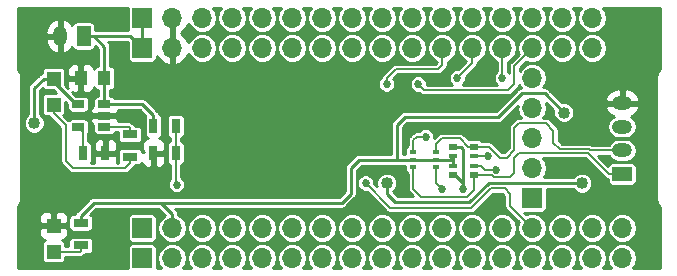
<source format=gtl>
G04 #@! TF.GenerationSoftware,KiCad,Pcbnew,(5.0.0-rc2-dev-444-g2974a2c10)*
G04 #@! TF.CreationDate,2019-12-17T20:52:34-08:00*
G04 #@! TF.ProjectId,ItsyBitsy breadboard,49747379426974737920627265616462,v02*
G04 #@! TF.SameCoordinates,Original*
G04 #@! TF.FileFunction,Copper,L1,Top,Signal*
G04 #@! TF.FilePolarity,Positive*
%FSLAX46Y46*%
G04 Gerber Fmt 4.6, Leading zero omitted, Abs format (unit mm)*
G04 Created by KiCad (PCBNEW (5.0.0-rc2-dev-444-g2974a2c10)) date 12/17/19 20:52:34*
%MOMM*%
%LPD*%
G01*
G04 APERTURE LIST*
%ADD10O,1.700000X1.700000*%
%ADD11R,1.700000X1.700000*%
%ADD12R,0.800000X0.500000*%
%ADD13R,0.800000X0.400000*%
%ADD14R,1.700000X1.200000*%
%ADD15O,1.700000X1.200000*%
%ADD16R,1.200000X1.700000*%
%ADD17O,1.200000X1.700000*%
%ADD18R,1.000000X1.250000*%
%ADD19R,1.200000X1.200000*%
%ADD20R,0.600000X0.420000*%
%ADD21R,1.300000X0.700000*%
%ADD22R,0.700000X1.300000*%
%ADD23R,1.060000X0.650000*%
%ADD24C,0.685800*%
%ADD25C,1.016000*%
%ADD26C,0.152400*%
%ADD27C,0.254000*%
G04 APERTURE END LIST*
D10*
X144780000Y-102870000D03*
X144780000Y-105410000D03*
X144780000Y-107950000D03*
X144780000Y-110490000D03*
D11*
X144780000Y-113030000D03*
D12*
X138080666Y-108696407D03*
D13*
X138080666Y-110296407D03*
X138080666Y-109496407D03*
D12*
X138080666Y-111096407D03*
D13*
X139880666Y-109496407D03*
D12*
X139880666Y-108696407D03*
D13*
X139880666Y-110296407D03*
D12*
X139880666Y-111096407D03*
D11*
X111760000Y-115570000D03*
D10*
X114300000Y-115570000D03*
X116840000Y-115570000D03*
X119380000Y-115570000D03*
X121920000Y-115570000D03*
X124460000Y-115570000D03*
X127000000Y-115570000D03*
X129540000Y-115570000D03*
X132080000Y-115570000D03*
X134620000Y-115570000D03*
X137160000Y-115570000D03*
X139700000Y-115570000D03*
X142240000Y-115570000D03*
X144780000Y-115570000D03*
X147320000Y-115570000D03*
X149860000Y-115570000D03*
X152400000Y-115570000D03*
D11*
X111760000Y-100330000D03*
D10*
X114300000Y-100330000D03*
X116840000Y-100330000D03*
X119380000Y-100330000D03*
X121920000Y-100330000D03*
X124460000Y-100330000D03*
X127000000Y-100330000D03*
X129540000Y-100330000D03*
X132080000Y-100330000D03*
X134620000Y-100330000D03*
X137160000Y-100330000D03*
X139700000Y-100330000D03*
X142240000Y-100330000D03*
X144780000Y-100330000D03*
X147320000Y-100330000D03*
X149860000Y-100330000D03*
D14*
X152400000Y-110998000D03*
D15*
X152400000Y-108998000D03*
X152400000Y-106998000D03*
X152400000Y-104998000D03*
D16*
X106807000Y-99314000D03*
D17*
X104807000Y-99314000D03*
D10*
X152400000Y-118110000D03*
X149860000Y-118110000D03*
X147320000Y-118110000D03*
X144780000Y-118110000D03*
X142240000Y-118110000D03*
X139700000Y-118110000D03*
X137160000Y-118110000D03*
X134620000Y-118110000D03*
X132080000Y-118110000D03*
X129540000Y-118110000D03*
X127000000Y-118110000D03*
X124460000Y-118110000D03*
X121920000Y-118110000D03*
X119380000Y-118110000D03*
X116840000Y-118110000D03*
X114300000Y-118110000D03*
D11*
X111760000Y-118110000D03*
D10*
X149860000Y-97790000D03*
X147320000Y-97790000D03*
X144780000Y-97790000D03*
X142240000Y-97790000D03*
X139700000Y-97790000D03*
X137160000Y-97790000D03*
X134620000Y-97790000D03*
X132080000Y-97790000D03*
X129540000Y-97790000D03*
X127000000Y-97790000D03*
X124460000Y-97790000D03*
X121920000Y-97790000D03*
X119380000Y-97790000D03*
X116840000Y-97790000D03*
X114300000Y-97790000D03*
D11*
X111760000Y-97790000D03*
D18*
X106569000Y-102870000D03*
X108569000Y-102870000D03*
D19*
X104267000Y-102913000D03*
X104267000Y-105113000D03*
X104267000Y-115359000D03*
X104267000Y-117559000D03*
D20*
X136628666Y-109119407D03*
X136628666Y-109769407D03*
X136628666Y-110419407D03*
X134728666Y-109119407D03*
X134728666Y-109769407D03*
X134728666Y-110419407D03*
D21*
X110744000Y-109535000D03*
X110744000Y-107635000D03*
X106553000Y-117028000D03*
X106553000Y-115128000D03*
D22*
X114615000Y-106934000D03*
X112715000Y-106934000D03*
X108646000Y-109220000D03*
X106746000Y-109220000D03*
X114615000Y-109220000D03*
X112715000Y-109220000D03*
D23*
X106342000Y-106995000D03*
X106342000Y-105095000D03*
X108542000Y-105095000D03*
X108542000Y-106045000D03*
X108542000Y-106995000D03*
D24*
X102235000Y-102489000D03*
X141224000Y-107569000D03*
X109982000Y-116840000D03*
X115951000Y-107950000D03*
X153797000Y-99060000D03*
X153797000Y-116840000D03*
X109347000Y-97790000D03*
X148590000Y-116840000D03*
X125222000Y-107950000D03*
X151130000Y-116840000D03*
X140970000Y-113919000D03*
X102235000Y-113411000D03*
X132461000Y-103378000D03*
X138430000Y-102870000D03*
D25*
X147447000Y-105791000D03*
D24*
X138938000Y-112268000D03*
D25*
X148971000Y-111760000D03*
X132461000Y-111760000D03*
D24*
X130683000Y-111760000D03*
X135128000Y-103378000D03*
X142240000Y-102870000D03*
X137160000Y-112268000D03*
X141732000Y-110617000D03*
X114681000Y-111887000D03*
X135763000Y-107823000D03*
X141074593Y-109496407D03*
D25*
X102616000Y-106680000D03*
D26*
X137160000Y-101727000D02*
X137160000Y-100330000D01*
X136779000Y-102108000D02*
X137160000Y-101727000D01*
X133223000Y-102108000D02*
X136779000Y-102108000D01*
X132461000Y-103378000D02*
X132461000Y-102870000D01*
X132461000Y-102870000D02*
X133223000Y-102108000D01*
X139700000Y-101600000D02*
X139700000Y-100330000D01*
X138430000Y-102870000D02*
X139700000Y-101600000D01*
D27*
X114300000Y-114367919D02*
X114300000Y-115570000D01*
X113343081Y-113411000D02*
X114300000Y-114367919D01*
X107666000Y-113411000D02*
X113343081Y-113411000D01*
X106553000Y-114524000D02*
X107666000Y-113411000D01*
X106553000Y-115128000D02*
X106553000Y-114524000D01*
X138080666Y-110296407D02*
X138080666Y-109496407D01*
X138080666Y-109496407D02*
X137807666Y-109769407D01*
X137807666Y-109769407D02*
X136628666Y-109769407D01*
X136628666Y-109769407D02*
X134728666Y-109769407D01*
X134728666Y-109769407D02*
X133391407Y-109769407D01*
X113343081Y-113411000D02*
X128651000Y-113411000D01*
X128651000Y-113411000D02*
X129413000Y-112649000D01*
X129413000Y-112649000D02*
X129413000Y-110490000D01*
X130133593Y-109769407D02*
X133391407Y-109769407D01*
X129413000Y-110490000D02*
X130133593Y-109769407D01*
X145834999Y-104178999D02*
X147447000Y-105791000D01*
X133350000Y-106807000D02*
X133985000Y-106172000D01*
X133350000Y-109728000D02*
X133350000Y-106807000D01*
X133985000Y-106172000D02*
X141908481Y-106172000D01*
X141908481Y-106172000D02*
X143901482Y-104178999D01*
X133391407Y-109769407D02*
X133350000Y-109728000D01*
X143901482Y-104178999D02*
X145834999Y-104178999D01*
X138938000Y-110893073D02*
X138938000Y-112268000D01*
X138734666Y-108696407D02*
X138080666Y-108696407D01*
X138938000Y-108899741D02*
X138734666Y-108696407D01*
X138894259Y-111760000D02*
X138938000Y-111760000D01*
X138230666Y-111096407D02*
X138894259Y-111760000D01*
X138080666Y-111096407D02*
X138230666Y-111096407D01*
X138938000Y-112268000D02*
X138938000Y-111760000D01*
X138938000Y-111760000D02*
X138938000Y-108899741D01*
X132461000Y-112649000D02*
X132461000Y-111760000D01*
X133210310Y-113398310D02*
X132461000Y-112649000D01*
X139450471Y-113398311D02*
X133210310Y-113398310D01*
X141088782Y-111760000D02*
X139450471Y-113398311D01*
X148971000Y-111760000D02*
X141088782Y-111760000D01*
D26*
X130683000Y-111760000D02*
X130683000Y-111760000D01*
X142875000Y-113665000D02*
X144780000Y-115570000D01*
X132778520Y-113855520D02*
X139639854Y-113855520D01*
X130683000Y-111760000D02*
X132778520Y-113855520D01*
X139639854Y-113855520D02*
X141278164Y-112217210D01*
X141278164Y-112217210D02*
X142443210Y-112217210D01*
X142443210Y-112217210D02*
X142875000Y-112649000D01*
X142875000Y-112649000D02*
X142875000Y-113665000D01*
X135636000Y-103886000D02*
X135128000Y-103378000D01*
X142748000Y-103886000D02*
X135636000Y-103886000D01*
X143256000Y-103378000D02*
X142748000Y-103886000D01*
X144780000Y-100330000D02*
X143256000Y-101854000D01*
X143256000Y-101854000D02*
X143256000Y-103378000D01*
X142240000Y-102870000D02*
X142240000Y-100330000D01*
D27*
X110744000Y-99314000D02*
X111760000Y-100330000D01*
X106807000Y-99314000D02*
X110744000Y-99314000D01*
X108542000Y-102897000D02*
X108569000Y-102870000D01*
X108542000Y-105095000D02*
X108542000Y-102897000D01*
X107661000Y-99314000D02*
X106807000Y-99314000D01*
X108569000Y-100222000D02*
X107661000Y-99314000D01*
X108569000Y-102870000D02*
X108569000Y-100222000D01*
X111760000Y-99226000D02*
X111760000Y-97790000D01*
X111760000Y-100330000D02*
X111760000Y-99226000D01*
X109326000Y-105095000D02*
X108542000Y-105095000D01*
X111780000Y-105095000D02*
X109326000Y-105095000D01*
X112715000Y-106030000D02*
X111780000Y-105095000D01*
X112715000Y-106934000D02*
X112715000Y-106030000D01*
D26*
X110744000Y-110037400D02*
X110744000Y-109535000D01*
X110291400Y-110490000D02*
X110744000Y-110037400D01*
X104267000Y-105113000D02*
X104267000Y-105865400D01*
X104267000Y-105865400D02*
X105283000Y-106881400D01*
X105283000Y-109855000D02*
X105918000Y-110490000D01*
X105283000Y-106881400D02*
X105283000Y-109855000D01*
X105918000Y-110490000D02*
X110291400Y-110490000D01*
X106553000Y-117530400D02*
X106553000Y-117028000D01*
X106524400Y-117559000D02*
X106553000Y-117530400D01*
X104267000Y-117559000D02*
X106524400Y-117559000D01*
X134728666Y-111106666D02*
X134728666Y-111106666D01*
X134728666Y-111106666D02*
X134728666Y-110419407D01*
X135401767Y-112941101D02*
X134728666Y-112268000D01*
X139261089Y-112941101D02*
X135401767Y-112941101D01*
X139880666Y-111096407D02*
X139880666Y-112321524D01*
X139880666Y-112321524D02*
X139261089Y-112941101D01*
X134728666Y-111106666D02*
X134728666Y-112268000D01*
X149479000Y-109220000D02*
X151257000Y-110998000D01*
X151257000Y-110998000D02*
X152400000Y-110998000D01*
X142875000Y-111252000D02*
X143256000Y-110871000D01*
X143256000Y-109601000D02*
X143637000Y-109220000D01*
X143256000Y-110871000D02*
X143256000Y-109601000D01*
X143637000Y-109220000D02*
X149479000Y-109220000D01*
X141521178Y-111252000D02*
X142367000Y-111252000D01*
X141365585Y-111096407D02*
X141521178Y-111252000D01*
X139880666Y-111096407D02*
X141365585Y-111096407D01*
X142228408Y-111252000D02*
X142367000Y-111252000D01*
X142367000Y-111252000D02*
X142875000Y-111252000D01*
X139381258Y-108696407D02*
X138634851Y-107950000D01*
X139880666Y-108696407D02*
X139381258Y-108696407D01*
X138634851Y-107950000D02*
X137160000Y-107950000D01*
X136628666Y-108481334D02*
X136628666Y-109119407D01*
X137160000Y-107950000D02*
X136628666Y-108481334D01*
X139880666Y-108696407D02*
X140030666Y-108696407D01*
X149688066Y-108998000D02*
X149605256Y-108915190D01*
X152400000Y-108998000D02*
X149688066Y-108998000D01*
X149605256Y-108915190D02*
X147142190Y-108915190D01*
X147142190Y-108915190D02*
X146558000Y-108331000D01*
X146558000Y-107315000D02*
X145923000Y-106680000D01*
X146558000Y-108331000D02*
X146558000Y-107315000D01*
X145669000Y-106680000D02*
X143764000Y-106680000D01*
X145923000Y-106680000D02*
X145669000Y-106680000D01*
X143637000Y-106680000D02*
X145669000Y-106680000D01*
X139880666Y-108696407D02*
X141120415Y-108696407D01*
X141120415Y-108696407D02*
X142025008Y-109601000D01*
X142025008Y-109601000D02*
X142621000Y-109601000D01*
X142621000Y-109601000D02*
X143256000Y-108966000D01*
X143256000Y-107061000D02*
X143637000Y-106680000D01*
X143256000Y-108966000D02*
X143256000Y-107061000D01*
X136628666Y-111736666D02*
X137160000Y-112268000D01*
X136628666Y-110419407D02*
X136628666Y-111736666D01*
X139880666Y-110296407D02*
X140433066Y-110296407D01*
X140753659Y-110617000D02*
X141732000Y-110617000D01*
X140433066Y-110296407D02*
X140753659Y-110617000D01*
X114615000Y-106934000D02*
X114615000Y-109220000D01*
X114615000Y-111821000D02*
X114681000Y-111887000D01*
X114615000Y-109220000D02*
X114615000Y-111821000D01*
X109224400Y-106995000D02*
X108542000Y-106995000D01*
X110606400Y-106995000D02*
X109224400Y-106995000D01*
X110744000Y-107132600D02*
X110606400Y-106995000D01*
X110744000Y-107635000D02*
X110744000Y-107132600D01*
X106746000Y-107399000D02*
X106342000Y-106995000D01*
X106746000Y-109220000D02*
X106746000Y-107399000D01*
X139880666Y-109496407D02*
X141074593Y-109496407D01*
X141074593Y-109496407D02*
X141074593Y-109496407D01*
X134728666Y-109119407D02*
X134728666Y-108095334D01*
X135001000Y-107823000D02*
X135763000Y-107823000D01*
X134728666Y-108095334D02*
X135001000Y-107823000D01*
D27*
X106137000Y-105095000D02*
X106342000Y-105095000D01*
X104267000Y-103225000D02*
X106137000Y-105095000D01*
X104267000Y-102913000D02*
X104267000Y-103225000D01*
X103413000Y-102913000D02*
X102616000Y-103710000D01*
X104267000Y-102913000D02*
X103413000Y-102913000D01*
X102616000Y-103710000D02*
X102616000Y-106680000D01*
X102616000Y-106680000D02*
X102616000Y-106680000D01*
G36*
X110521536Y-98640000D02*
X110551106Y-98788659D01*
X110562693Y-98806000D01*
X107795464Y-98806000D01*
X107795464Y-98464000D01*
X107765894Y-98315341D01*
X107681686Y-98189314D01*
X107555659Y-98105106D01*
X107407000Y-98075536D01*
X106207000Y-98075536D01*
X106058341Y-98105106D01*
X105932314Y-98189314D01*
X105848106Y-98315341D01*
X105832814Y-98392221D01*
X105636125Y-98132067D01*
X105216376Y-97885714D01*
X105124609Y-97870538D01*
X104934000Y-97995269D01*
X104934000Y-99187000D01*
X104954000Y-99187000D01*
X104954000Y-99441000D01*
X104934000Y-99441000D01*
X104934000Y-100632731D01*
X105124609Y-100757462D01*
X105216376Y-100742286D01*
X105636125Y-100495933D01*
X105832814Y-100235779D01*
X105848106Y-100312659D01*
X105932314Y-100438686D01*
X106058341Y-100522894D01*
X106207000Y-100552464D01*
X107407000Y-100552464D01*
X107555659Y-100522894D01*
X107681686Y-100438686D01*
X107765894Y-100312659D01*
X107794985Y-100166406D01*
X108061001Y-100432422D01*
X108061000Y-101858127D01*
X107920341Y-101886106D01*
X107794314Y-101970314D01*
X107710106Y-102096341D01*
X107704000Y-102127038D01*
X107704000Y-102118690D01*
X107607327Y-101885301D01*
X107428698Y-101706673D01*
X107195309Y-101610000D01*
X106854750Y-101610000D01*
X106696000Y-101768750D01*
X106696000Y-102743000D01*
X106716000Y-102743000D01*
X106716000Y-102997000D01*
X106696000Y-102997000D01*
X106696000Y-103971250D01*
X106854750Y-104130000D01*
X107195309Y-104130000D01*
X107428698Y-104033327D01*
X107607327Y-103854699D01*
X107704000Y-103621310D01*
X107704000Y-103612962D01*
X107710106Y-103643659D01*
X107794314Y-103769686D01*
X107920341Y-103853894D01*
X108034001Y-103876502D01*
X108034000Y-104381536D01*
X108012000Y-104381536D01*
X107863341Y-104411106D01*
X107737314Y-104495314D01*
X107653106Y-104621341D01*
X107623536Y-104770000D01*
X107623536Y-105210439D01*
X107473673Y-105360301D01*
X107377000Y-105593690D01*
X107377000Y-105759250D01*
X107535750Y-105918000D01*
X108415000Y-105918000D01*
X108415000Y-105898000D01*
X108669000Y-105898000D01*
X108669000Y-105918000D01*
X109548250Y-105918000D01*
X109707000Y-105759250D01*
X109707000Y-105603000D01*
X111569580Y-105603000D01*
X112044484Y-106077904D01*
X112006106Y-106135341D01*
X111976536Y-106284000D01*
X111976536Y-107584000D01*
X112006106Y-107732659D01*
X112090314Y-107858686D01*
X112216341Y-107942894D01*
X112218565Y-107943336D01*
X112005302Y-108031673D01*
X111826673Y-108210301D01*
X111730000Y-108443690D01*
X111730000Y-108934250D01*
X111888748Y-109092998D01*
X111764164Y-109092998D01*
X111752894Y-109036341D01*
X111668686Y-108910314D01*
X111542659Y-108826106D01*
X111394000Y-108796536D01*
X110094000Y-108796536D01*
X109945341Y-108826106D01*
X109819314Y-108910314D01*
X109735106Y-109036341D01*
X109705536Y-109185000D01*
X109705536Y-109885000D01*
X109734935Y-110032800D01*
X109615885Y-110032800D01*
X109631000Y-109996310D01*
X109631000Y-109505750D01*
X109472250Y-109347000D01*
X108773000Y-109347000D01*
X108773000Y-109367000D01*
X108519000Y-109367000D01*
X108519000Y-109347000D01*
X107819750Y-109347000D01*
X107661000Y-109505750D01*
X107661000Y-109996310D01*
X107676115Y-110032800D01*
X107445445Y-110032800D01*
X107454894Y-110018659D01*
X107484464Y-109870000D01*
X107484464Y-108570000D01*
X107459340Y-108443690D01*
X107661000Y-108443690D01*
X107661000Y-108934250D01*
X107819750Y-109093000D01*
X108519000Y-109093000D01*
X108519000Y-108093750D01*
X108773000Y-108093750D01*
X108773000Y-109093000D01*
X109472250Y-109093000D01*
X109631000Y-108934250D01*
X109631000Y-108443690D01*
X109534327Y-108210301D01*
X109355698Y-108031673D01*
X109122309Y-107935000D01*
X108931750Y-107935000D01*
X108773000Y-108093750D01*
X108519000Y-108093750D01*
X108360250Y-107935000D01*
X108169691Y-107935000D01*
X107936302Y-108031673D01*
X107757673Y-108210301D01*
X107661000Y-108443690D01*
X107459340Y-108443690D01*
X107454894Y-108421341D01*
X107370686Y-108295314D01*
X107244659Y-108211106D01*
X107203200Y-108202859D01*
X107203200Y-107510106D01*
X107230894Y-107468659D01*
X107260464Y-107320000D01*
X107260464Y-106670000D01*
X107230894Y-106521341D01*
X107146686Y-106395314D01*
X107050059Y-106330750D01*
X107377000Y-106330750D01*
X107377000Y-106496310D01*
X107473673Y-106729699D01*
X107623536Y-106879561D01*
X107623536Y-107320000D01*
X107653106Y-107468659D01*
X107737314Y-107594686D01*
X107863341Y-107678894D01*
X108012000Y-107708464D01*
X109072000Y-107708464D01*
X109220659Y-107678894D01*
X109346686Y-107594686D01*
X109430894Y-107468659D01*
X109434168Y-107452200D01*
X109705536Y-107452200D01*
X109705536Y-107985000D01*
X109735106Y-108133659D01*
X109819314Y-108259686D01*
X109945341Y-108343894D01*
X110094000Y-108373464D01*
X111394000Y-108373464D01*
X111542659Y-108343894D01*
X111668686Y-108259686D01*
X111752894Y-108133659D01*
X111782464Y-107985000D01*
X111782464Y-107285000D01*
X111752894Y-107136341D01*
X111668686Y-107010314D01*
X111542659Y-106926106D01*
X111394000Y-106896536D01*
X111136137Y-106896536D01*
X111073623Y-106802977D01*
X111035446Y-106777468D01*
X110961532Y-106703554D01*
X110936023Y-106665377D01*
X110784791Y-106564327D01*
X110651430Y-106537800D01*
X110606400Y-106528843D01*
X110561370Y-106537800D01*
X109689814Y-106537800D01*
X109707000Y-106496310D01*
X109707000Y-106330750D01*
X109548250Y-106172000D01*
X108669000Y-106172000D01*
X108669000Y-106192000D01*
X108415000Y-106192000D01*
X108415000Y-106172000D01*
X107535750Y-106172000D01*
X107377000Y-106330750D01*
X107050059Y-106330750D01*
X107020659Y-106311106D01*
X106872000Y-106281536D01*
X105812000Y-106281536D01*
X105663341Y-106311106D01*
X105537314Y-106395314D01*
X105499735Y-106451556D01*
X105078250Y-106030072D01*
X105141686Y-105987686D01*
X105225894Y-105861659D01*
X105255464Y-105713000D01*
X105255464Y-104931884D01*
X105423536Y-105099956D01*
X105423536Y-105420000D01*
X105453106Y-105568659D01*
X105537314Y-105694686D01*
X105663341Y-105778894D01*
X105812000Y-105808464D01*
X106872000Y-105808464D01*
X107020659Y-105778894D01*
X107146686Y-105694686D01*
X107230894Y-105568659D01*
X107260464Y-105420000D01*
X107260464Y-104770000D01*
X107230894Y-104621341D01*
X107146686Y-104495314D01*
X107020659Y-104411106D01*
X106872000Y-104381536D01*
X106141956Y-104381536D01*
X105853459Y-104093039D01*
X105942691Y-104130000D01*
X106283250Y-104130000D01*
X106442000Y-103971250D01*
X106442000Y-102997000D01*
X105592750Y-102997000D01*
X105434000Y-103155750D01*
X105434000Y-103621310D01*
X105470961Y-103710541D01*
X105255464Y-103495044D01*
X105255464Y-102313000D01*
X105225894Y-102164341D01*
X105195392Y-102118690D01*
X105434000Y-102118690D01*
X105434000Y-102584250D01*
X105592750Y-102743000D01*
X106442000Y-102743000D01*
X106442000Y-101768750D01*
X106283250Y-101610000D01*
X105942691Y-101610000D01*
X105709302Y-101706673D01*
X105530673Y-101885301D01*
X105434000Y-102118690D01*
X105195392Y-102118690D01*
X105141686Y-102038314D01*
X105015659Y-101954106D01*
X104867000Y-101924536D01*
X103667000Y-101924536D01*
X103518341Y-101954106D01*
X103392314Y-102038314D01*
X103308106Y-102164341D01*
X103278536Y-102313000D01*
X103278536Y-102421795D01*
X103234485Y-102430557D01*
X103214788Y-102434475D01*
X103089167Y-102518412D01*
X103089165Y-102518414D01*
X103046753Y-102546753D01*
X103018414Y-102589165D01*
X102292168Y-103315412D01*
X102249753Y-103343753D01*
X102221413Y-103386167D01*
X102221412Y-103386168D01*
X102196782Y-103423030D01*
X102137475Y-103511789D01*
X102108000Y-103659969D01*
X102108000Y-103659972D01*
X102098049Y-103710000D01*
X102108000Y-103760028D01*
X102108001Y-105930763D01*
X101862342Y-106176422D01*
X101727000Y-106503167D01*
X101727000Y-106856833D01*
X101862342Y-107183578D01*
X102112422Y-107433658D01*
X102439167Y-107569000D01*
X102792833Y-107569000D01*
X103119578Y-107433658D01*
X103369658Y-107183578D01*
X103505000Y-106856833D01*
X103505000Y-106503167D01*
X103369658Y-106176422D01*
X103124000Y-105930764D01*
X103124000Y-103920420D01*
X103338009Y-103706412D01*
X103392314Y-103787686D01*
X103518341Y-103871894D01*
X103667000Y-103901464D01*
X104225044Y-103901464D01*
X104448116Y-104124536D01*
X103667000Y-104124536D01*
X103518341Y-104154106D01*
X103392314Y-104238314D01*
X103308106Y-104364341D01*
X103278536Y-104513000D01*
X103278536Y-105713000D01*
X103308106Y-105861659D01*
X103392314Y-105987686D01*
X103518341Y-106071894D01*
X103667000Y-106101464D01*
X103874864Y-106101464D01*
X103911870Y-106156848D01*
X103937378Y-106195023D01*
X103975552Y-106220530D01*
X104825800Y-107070779D01*
X104825801Y-109809965D01*
X104816843Y-109855000D01*
X104852327Y-110033390D01*
X104912706Y-110123753D01*
X104953378Y-110184623D01*
X104991552Y-110210130D01*
X105562868Y-110781446D01*
X105588377Y-110819623D01*
X105732659Y-110916029D01*
X105739609Y-110920673D01*
X105918000Y-110956157D01*
X105963030Y-110947200D01*
X110246370Y-110947200D01*
X110291400Y-110956157D01*
X110336430Y-110947200D01*
X110469791Y-110920673D01*
X110621023Y-110819623D01*
X110646532Y-110781446D01*
X111035449Y-110392530D01*
X111073623Y-110367023D01*
X111136137Y-110273464D01*
X111394000Y-110273464D01*
X111542659Y-110243894D01*
X111668686Y-110159686D01*
X111748311Y-110040517D01*
X111826673Y-110229699D01*
X112005302Y-110408327D01*
X112238691Y-110505000D01*
X112429250Y-110505000D01*
X112588000Y-110346250D01*
X112588000Y-109347000D01*
X112842000Y-109347000D01*
X112842000Y-110346250D01*
X113000750Y-110505000D01*
X113191309Y-110505000D01*
X113424698Y-110408327D01*
X113603327Y-110229699D01*
X113700000Y-109996310D01*
X113700000Y-109505750D01*
X113541250Y-109347000D01*
X112842000Y-109347000D01*
X112588000Y-109347000D01*
X112568000Y-109347000D01*
X112568000Y-109093000D01*
X112588000Y-109093000D01*
X112588000Y-109073000D01*
X112842000Y-109073000D01*
X112842000Y-109093000D01*
X113541250Y-109093000D01*
X113700000Y-108934250D01*
X113700000Y-108443690D01*
X113603327Y-108210301D01*
X113424698Y-108031673D01*
X113211435Y-107943336D01*
X113213659Y-107942894D01*
X113339686Y-107858686D01*
X113423894Y-107732659D01*
X113453464Y-107584000D01*
X113453464Y-106284000D01*
X113876536Y-106284000D01*
X113876536Y-107584000D01*
X113906106Y-107732659D01*
X113990314Y-107858686D01*
X114116341Y-107942894D01*
X114157800Y-107951141D01*
X114157801Y-108202859D01*
X114116341Y-108211106D01*
X113990314Y-108295314D01*
X113906106Y-108421341D01*
X113876536Y-108570000D01*
X113876536Y-109870000D01*
X113906106Y-110018659D01*
X113990314Y-110144686D01*
X114116341Y-110228894D01*
X114157800Y-110237141D01*
X114157801Y-111386450D01*
X114067307Y-111476944D01*
X113957100Y-111743007D01*
X113957100Y-112030993D01*
X114067307Y-112297056D01*
X114270944Y-112500693D01*
X114537007Y-112610900D01*
X114824993Y-112610900D01*
X115091056Y-112500693D01*
X115294693Y-112297056D01*
X115404900Y-112030993D01*
X115404900Y-111743007D01*
X115294693Y-111476944D01*
X115091056Y-111273307D01*
X115072200Y-111265497D01*
X115072200Y-110237141D01*
X115113659Y-110228894D01*
X115239686Y-110144686D01*
X115323894Y-110018659D01*
X115353464Y-109870000D01*
X115353464Y-108570000D01*
X115323894Y-108421341D01*
X115239686Y-108295314D01*
X115113659Y-108211106D01*
X115072200Y-108202859D01*
X115072200Y-107951141D01*
X115113659Y-107942894D01*
X115239686Y-107858686D01*
X115323894Y-107732659D01*
X115353464Y-107584000D01*
X115353464Y-106284000D01*
X115323894Y-106135341D01*
X115239686Y-106009314D01*
X115113659Y-105925106D01*
X114965000Y-105895536D01*
X114265000Y-105895536D01*
X114116341Y-105925106D01*
X113990314Y-106009314D01*
X113906106Y-106135341D01*
X113876536Y-106284000D01*
X113453464Y-106284000D01*
X113423894Y-106135341D01*
X113339686Y-106009314D01*
X113213659Y-105925106D01*
X113212022Y-105924780D01*
X113193525Y-105831788D01*
X113153098Y-105771286D01*
X113109588Y-105706167D01*
X113109586Y-105706165D01*
X113081247Y-105663753D01*
X113038835Y-105635414D01*
X112174587Y-104771167D01*
X112146247Y-104728753D01*
X111978212Y-104616475D01*
X111830032Y-104587000D01*
X111830028Y-104587000D01*
X111780000Y-104577049D01*
X111729972Y-104587000D01*
X109407948Y-104587000D01*
X109346686Y-104495314D01*
X109220659Y-104411106D01*
X109072000Y-104381536D01*
X109050000Y-104381536D01*
X109050000Y-103883464D01*
X109069000Y-103883464D01*
X109217659Y-103853894D01*
X109343686Y-103769686D01*
X109427894Y-103643659D01*
X109457464Y-103495000D01*
X109457464Y-103234007D01*
X131737100Y-103234007D01*
X131737100Y-103521993D01*
X131847307Y-103788056D01*
X132050944Y-103991693D01*
X132317007Y-104101900D01*
X132604993Y-104101900D01*
X132871056Y-103991693D01*
X133074693Y-103788056D01*
X133184900Y-103521993D01*
X133184900Y-103234007D01*
X133074693Y-102967944D01*
X133042164Y-102935415D01*
X133412379Y-102565200D01*
X136733970Y-102565200D01*
X136779000Y-102574157D01*
X136824030Y-102565200D01*
X136957391Y-102538673D01*
X137108623Y-102437623D01*
X137134132Y-102399446D01*
X137451446Y-102082132D01*
X137489623Y-102056623D01*
X137590673Y-101905391D01*
X137594669Y-101885301D01*
X137626157Y-101727001D01*
X137617200Y-101681971D01*
X137617200Y-101494173D01*
X137640312Y-101489576D01*
X138047501Y-101217501D01*
X138319576Y-100810312D01*
X138415116Y-100330000D01*
X138319576Y-99849688D01*
X138047501Y-99442499D01*
X137640312Y-99170424D01*
X137281239Y-99099000D01*
X137038761Y-99099000D01*
X136679688Y-99170424D01*
X136272499Y-99442499D01*
X136000424Y-99849688D01*
X135904884Y-100330000D01*
X136000424Y-100810312D01*
X136272499Y-101217501D01*
X136679688Y-101489576D01*
X136702800Y-101494173D01*
X136702800Y-101537622D01*
X136589622Y-101650800D01*
X133268030Y-101650800D01*
X133223000Y-101641843D01*
X133177970Y-101650800D01*
X133044609Y-101677327D01*
X132893377Y-101778377D01*
X132867870Y-101816551D01*
X132169552Y-102514870D01*
X132131378Y-102540377D01*
X132105871Y-102578551D01*
X132105870Y-102578552D01*
X132030327Y-102691610D01*
X132007157Y-102808094D01*
X131847307Y-102967944D01*
X131737100Y-103234007D01*
X109457464Y-103234007D01*
X109457464Y-102245000D01*
X109427894Y-102096341D01*
X109343686Y-101970314D01*
X109217659Y-101886106D01*
X109077000Y-101858127D01*
X109077000Y-100272028D01*
X109086951Y-100222000D01*
X109077000Y-100171972D01*
X109077000Y-100171968D01*
X109047525Y-100023788D01*
X109013662Y-99973108D01*
X108963588Y-99898167D01*
X108963586Y-99898165D01*
X108935247Y-99855753D01*
X108892835Y-99827414D01*
X108887421Y-99822000D01*
X110521536Y-99822000D01*
X110521536Y-101180000D01*
X110551106Y-101328659D01*
X110635314Y-101454686D01*
X110761341Y-101538894D01*
X110910000Y-101568464D01*
X112610000Y-101568464D01*
X112758659Y-101538894D01*
X112884686Y-101454686D01*
X112968894Y-101328659D01*
X112998464Y-101180000D01*
X112998464Y-100984895D01*
X113104817Y-101211358D01*
X113533076Y-101601645D01*
X113943110Y-101771476D01*
X114173000Y-101650155D01*
X114173000Y-100457000D01*
X114153000Y-100457000D01*
X114153000Y-100203000D01*
X114173000Y-100203000D01*
X114173000Y-97917000D01*
X114153000Y-97917000D01*
X114153000Y-97663000D01*
X114173000Y-97663000D01*
X114173000Y-97643000D01*
X114427000Y-97643000D01*
X114427000Y-97663000D01*
X114447000Y-97663000D01*
X114447000Y-97917000D01*
X114427000Y-97917000D01*
X114427000Y-100203000D01*
X114447000Y-100203000D01*
X114447000Y-100457000D01*
X114427000Y-100457000D01*
X114427000Y-101650155D01*
X114656890Y-101771476D01*
X115066924Y-101601645D01*
X115495183Y-101211358D01*
X115682245Y-100813037D01*
X115952499Y-101217501D01*
X116359688Y-101489576D01*
X116718761Y-101561000D01*
X116961239Y-101561000D01*
X117320312Y-101489576D01*
X117727501Y-101217501D01*
X117999576Y-100810312D01*
X118095116Y-100330000D01*
X118124884Y-100330000D01*
X118220424Y-100810312D01*
X118492499Y-101217501D01*
X118899688Y-101489576D01*
X119258761Y-101561000D01*
X119501239Y-101561000D01*
X119860312Y-101489576D01*
X120267501Y-101217501D01*
X120539576Y-100810312D01*
X120635116Y-100330000D01*
X120664884Y-100330000D01*
X120760424Y-100810312D01*
X121032499Y-101217501D01*
X121439688Y-101489576D01*
X121798761Y-101561000D01*
X122041239Y-101561000D01*
X122400312Y-101489576D01*
X122807501Y-101217501D01*
X123079576Y-100810312D01*
X123175116Y-100330000D01*
X123204884Y-100330000D01*
X123300424Y-100810312D01*
X123572499Y-101217501D01*
X123979688Y-101489576D01*
X124338761Y-101561000D01*
X124581239Y-101561000D01*
X124940312Y-101489576D01*
X125347501Y-101217501D01*
X125619576Y-100810312D01*
X125715116Y-100330000D01*
X125744884Y-100330000D01*
X125840424Y-100810312D01*
X126112499Y-101217501D01*
X126519688Y-101489576D01*
X126878761Y-101561000D01*
X127121239Y-101561000D01*
X127480312Y-101489576D01*
X127887501Y-101217501D01*
X128159576Y-100810312D01*
X128255116Y-100330000D01*
X128284884Y-100330000D01*
X128380424Y-100810312D01*
X128652499Y-101217501D01*
X129059688Y-101489576D01*
X129418761Y-101561000D01*
X129661239Y-101561000D01*
X130020312Y-101489576D01*
X130427501Y-101217501D01*
X130699576Y-100810312D01*
X130795116Y-100330000D01*
X130824884Y-100330000D01*
X130920424Y-100810312D01*
X131192499Y-101217501D01*
X131599688Y-101489576D01*
X131958761Y-101561000D01*
X132201239Y-101561000D01*
X132560312Y-101489576D01*
X132967501Y-101217501D01*
X133239576Y-100810312D01*
X133335116Y-100330000D01*
X133364884Y-100330000D01*
X133460424Y-100810312D01*
X133732499Y-101217501D01*
X134139688Y-101489576D01*
X134498761Y-101561000D01*
X134741239Y-101561000D01*
X135100312Y-101489576D01*
X135507501Y-101217501D01*
X135779576Y-100810312D01*
X135875116Y-100330000D01*
X135779576Y-99849688D01*
X135507501Y-99442499D01*
X135100312Y-99170424D01*
X134741239Y-99099000D01*
X134498761Y-99099000D01*
X134139688Y-99170424D01*
X133732499Y-99442499D01*
X133460424Y-99849688D01*
X133364884Y-100330000D01*
X133335116Y-100330000D01*
X133239576Y-99849688D01*
X132967501Y-99442499D01*
X132560312Y-99170424D01*
X132201239Y-99099000D01*
X131958761Y-99099000D01*
X131599688Y-99170424D01*
X131192499Y-99442499D01*
X130920424Y-99849688D01*
X130824884Y-100330000D01*
X130795116Y-100330000D01*
X130699576Y-99849688D01*
X130427501Y-99442499D01*
X130020312Y-99170424D01*
X129661239Y-99099000D01*
X129418761Y-99099000D01*
X129059688Y-99170424D01*
X128652499Y-99442499D01*
X128380424Y-99849688D01*
X128284884Y-100330000D01*
X128255116Y-100330000D01*
X128159576Y-99849688D01*
X127887501Y-99442499D01*
X127480312Y-99170424D01*
X127121239Y-99099000D01*
X126878761Y-99099000D01*
X126519688Y-99170424D01*
X126112499Y-99442499D01*
X125840424Y-99849688D01*
X125744884Y-100330000D01*
X125715116Y-100330000D01*
X125619576Y-99849688D01*
X125347501Y-99442499D01*
X124940312Y-99170424D01*
X124581239Y-99099000D01*
X124338761Y-99099000D01*
X123979688Y-99170424D01*
X123572499Y-99442499D01*
X123300424Y-99849688D01*
X123204884Y-100330000D01*
X123175116Y-100330000D01*
X123079576Y-99849688D01*
X122807501Y-99442499D01*
X122400312Y-99170424D01*
X122041239Y-99099000D01*
X121798761Y-99099000D01*
X121439688Y-99170424D01*
X121032499Y-99442499D01*
X120760424Y-99849688D01*
X120664884Y-100330000D01*
X120635116Y-100330000D01*
X120539576Y-99849688D01*
X120267501Y-99442499D01*
X119860312Y-99170424D01*
X119501239Y-99099000D01*
X119258761Y-99099000D01*
X118899688Y-99170424D01*
X118492499Y-99442499D01*
X118220424Y-99849688D01*
X118124884Y-100330000D01*
X118095116Y-100330000D01*
X117999576Y-99849688D01*
X117727501Y-99442499D01*
X117320312Y-99170424D01*
X116961239Y-99099000D01*
X116718761Y-99099000D01*
X116359688Y-99170424D01*
X115952499Y-99442499D01*
X115682245Y-99846963D01*
X115495183Y-99448642D01*
X115068729Y-99060000D01*
X115495183Y-98671358D01*
X115682245Y-98273037D01*
X115952499Y-98677501D01*
X116359688Y-98949576D01*
X116718761Y-99021000D01*
X116961239Y-99021000D01*
X117320312Y-98949576D01*
X117727501Y-98677501D01*
X117999576Y-98270312D01*
X118095116Y-97790000D01*
X117999576Y-97309688D01*
X117759908Y-96951000D01*
X118460092Y-96951000D01*
X118220424Y-97309688D01*
X118124884Y-97790000D01*
X118220424Y-98270312D01*
X118492499Y-98677501D01*
X118899688Y-98949576D01*
X119258761Y-99021000D01*
X119501239Y-99021000D01*
X119860312Y-98949576D01*
X120267501Y-98677501D01*
X120539576Y-98270312D01*
X120635116Y-97790000D01*
X120539576Y-97309688D01*
X120299908Y-96951000D01*
X121000092Y-96951000D01*
X120760424Y-97309688D01*
X120664884Y-97790000D01*
X120760424Y-98270312D01*
X121032499Y-98677501D01*
X121439688Y-98949576D01*
X121798761Y-99021000D01*
X122041239Y-99021000D01*
X122400312Y-98949576D01*
X122807501Y-98677501D01*
X123079576Y-98270312D01*
X123175116Y-97790000D01*
X123079576Y-97309688D01*
X122839908Y-96951000D01*
X123540092Y-96951000D01*
X123300424Y-97309688D01*
X123204884Y-97790000D01*
X123300424Y-98270312D01*
X123572499Y-98677501D01*
X123979688Y-98949576D01*
X124338761Y-99021000D01*
X124581239Y-99021000D01*
X124940312Y-98949576D01*
X125347501Y-98677501D01*
X125619576Y-98270312D01*
X125715116Y-97790000D01*
X125619576Y-97309688D01*
X125379908Y-96951000D01*
X126080092Y-96951000D01*
X125840424Y-97309688D01*
X125744884Y-97790000D01*
X125840424Y-98270312D01*
X126112499Y-98677501D01*
X126519688Y-98949576D01*
X126878761Y-99021000D01*
X127121239Y-99021000D01*
X127480312Y-98949576D01*
X127887501Y-98677501D01*
X128159576Y-98270312D01*
X128255116Y-97790000D01*
X128159576Y-97309688D01*
X127919908Y-96951000D01*
X128620092Y-96951000D01*
X128380424Y-97309688D01*
X128284884Y-97790000D01*
X128380424Y-98270312D01*
X128652499Y-98677501D01*
X129059688Y-98949576D01*
X129418761Y-99021000D01*
X129661239Y-99021000D01*
X130020312Y-98949576D01*
X130427501Y-98677501D01*
X130699576Y-98270312D01*
X130795116Y-97790000D01*
X130699576Y-97309688D01*
X130459908Y-96951000D01*
X131160092Y-96951000D01*
X130920424Y-97309688D01*
X130824884Y-97790000D01*
X130920424Y-98270312D01*
X131192499Y-98677501D01*
X131599688Y-98949576D01*
X131958761Y-99021000D01*
X132201239Y-99021000D01*
X132560312Y-98949576D01*
X132967501Y-98677501D01*
X133239576Y-98270312D01*
X133335116Y-97790000D01*
X133239576Y-97309688D01*
X132999908Y-96951000D01*
X133700092Y-96951000D01*
X133460424Y-97309688D01*
X133364884Y-97790000D01*
X133460424Y-98270312D01*
X133732499Y-98677501D01*
X134139688Y-98949576D01*
X134498761Y-99021000D01*
X134741239Y-99021000D01*
X135100312Y-98949576D01*
X135507501Y-98677501D01*
X135779576Y-98270312D01*
X135875116Y-97790000D01*
X135779576Y-97309688D01*
X135539908Y-96951000D01*
X136240092Y-96951000D01*
X136000424Y-97309688D01*
X135904884Y-97790000D01*
X136000424Y-98270312D01*
X136272499Y-98677501D01*
X136679688Y-98949576D01*
X137038761Y-99021000D01*
X137281239Y-99021000D01*
X137640312Y-98949576D01*
X138047501Y-98677501D01*
X138319576Y-98270312D01*
X138415116Y-97790000D01*
X138319576Y-97309688D01*
X138079908Y-96951000D01*
X138780092Y-96951000D01*
X138540424Y-97309688D01*
X138444884Y-97790000D01*
X138540424Y-98270312D01*
X138812499Y-98677501D01*
X139219688Y-98949576D01*
X139578761Y-99021000D01*
X139821239Y-99021000D01*
X140180312Y-98949576D01*
X140587501Y-98677501D01*
X140859576Y-98270312D01*
X140955116Y-97790000D01*
X140859576Y-97309688D01*
X140619908Y-96951000D01*
X141320092Y-96951000D01*
X141080424Y-97309688D01*
X140984884Y-97790000D01*
X141080424Y-98270312D01*
X141352499Y-98677501D01*
X141759688Y-98949576D01*
X142118761Y-99021000D01*
X142361239Y-99021000D01*
X142720312Y-98949576D01*
X143127501Y-98677501D01*
X143399576Y-98270312D01*
X143495116Y-97790000D01*
X143399576Y-97309688D01*
X143159908Y-96951000D01*
X143860092Y-96951000D01*
X143620424Y-97309688D01*
X143524884Y-97790000D01*
X143620424Y-98270312D01*
X143892499Y-98677501D01*
X144299688Y-98949576D01*
X144658761Y-99021000D01*
X144901239Y-99021000D01*
X145260312Y-98949576D01*
X145667501Y-98677501D01*
X145939576Y-98270312D01*
X146035116Y-97790000D01*
X145939576Y-97309688D01*
X145699908Y-96951000D01*
X146400092Y-96951000D01*
X146160424Y-97309688D01*
X146064884Y-97790000D01*
X146160424Y-98270312D01*
X146432499Y-98677501D01*
X146839688Y-98949576D01*
X147198761Y-99021000D01*
X147441239Y-99021000D01*
X147800312Y-98949576D01*
X148207501Y-98677501D01*
X148479576Y-98270312D01*
X148575116Y-97790000D01*
X148479576Y-97309688D01*
X148239908Y-96951000D01*
X148940092Y-96951000D01*
X148700424Y-97309688D01*
X148604884Y-97790000D01*
X148700424Y-98270312D01*
X148972499Y-98677501D01*
X149379688Y-98949576D01*
X149738761Y-99021000D01*
X149981239Y-99021000D01*
X150340312Y-98949576D01*
X150747501Y-98677501D01*
X151019576Y-98270312D01*
X151115116Y-97790000D01*
X151019576Y-97309688D01*
X150779908Y-96951000D01*
X155575000Y-96951000D01*
X155575000Y-102136160D01*
X155529624Y-102181536D01*
X155391975Y-102387542D01*
X155391972Y-102387545D01*
X155357101Y-102471732D01*
X155327618Y-102542911D01*
X155327617Y-102542913D01*
X155279281Y-102785917D01*
X155279281Y-102785925D01*
X155271000Y-102827556D01*
X155271001Y-113072445D01*
X155279281Y-113114071D01*
X155279281Y-113114083D01*
X155327617Y-113357087D01*
X155327617Y-113357088D01*
X155344688Y-113398301D01*
X155391972Y-113512455D01*
X155391975Y-113512458D01*
X155529622Y-113718462D01*
X155575000Y-113763840D01*
X155575000Y-118949000D01*
X153319908Y-118949000D01*
X153559576Y-118590312D01*
X153655116Y-118110000D01*
X153559576Y-117629688D01*
X153287501Y-117222499D01*
X152880312Y-116950424D01*
X152521239Y-116879000D01*
X152278761Y-116879000D01*
X151919688Y-116950424D01*
X151512499Y-117222499D01*
X151240424Y-117629688D01*
X151144884Y-118110000D01*
X151240424Y-118590312D01*
X151480092Y-118949000D01*
X150779908Y-118949000D01*
X151019576Y-118590312D01*
X151115116Y-118110000D01*
X151019576Y-117629688D01*
X150747501Y-117222499D01*
X150340312Y-116950424D01*
X149981239Y-116879000D01*
X149738761Y-116879000D01*
X149379688Y-116950424D01*
X148972499Y-117222499D01*
X148700424Y-117629688D01*
X148604884Y-118110000D01*
X148700424Y-118590312D01*
X148940092Y-118949000D01*
X148239908Y-118949000D01*
X148479576Y-118590312D01*
X148575116Y-118110000D01*
X148479576Y-117629688D01*
X148207501Y-117222499D01*
X147800312Y-116950424D01*
X147441239Y-116879000D01*
X147198761Y-116879000D01*
X146839688Y-116950424D01*
X146432499Y-117222499D01*
X146160424Y-117629688D01*
X146064884Y-118110000D01*
X146160424Y-118590312D01*
X146400092Y-118949000D01*
X145699908Y-118949000D01*
X145939576Y-118590312D01*
X146035116Y-118110000D01*
X145939576Y-117629688D01*
X145667501Y-117222499D01*
X145260312Y-116950424D01*
X144901239Y-116879000D01*
X144658761Y-116879000D01*
X144299688Y-116950424D01*
X143892499Y-117222499D01*
X143620424Y-117629688D01*
X143524884Y-118110000D01*
X143620424Y-118590312D01*
X143860092Y-118949000D01*
X143159908Y-118949000D01*
X143399576Y-118590312D01*
X143495116Y-118110000D01*
X143399576Y-117629688D01*
X143127501Y-117222499D01*
X142720312Y-116950424D01*
X142361239Y-116879000D01*
X142118761Y-116879000D01*
X141759688Y-116950424D01*
X141352499Y-117222499D01*
X141080424Y-117629688D01*
X140984884Y-118110000D01*
X141080424Y-118590312D01*
X141320092Y-118949000D01*
X140619908Y-118949000D01*
X140859576Y-118590312D01*
X140955116Y-118110000D01*
X140859576Y-117629688D01*
X140587501Y-117222499D01*
X140180312Y-116950424D01*
X139821239Y-116879000D01*
X139578761Y-116879000D01*
X139219688Y-116950424D01*
X138812499Y-117222499D01*
X138540424Y-117629688D01*
X138444884Y-118110000D01*
X138540424Y-118590312D01*
X138780092Y-118949000D01*
X138079908Y-118949000D01*
X138319576Y-118590312D01*
X138415116Y-118110000D01*
X138319576Y-117629688D01*
X138047501Y-117222499D01*
X137640312Y-116950424D01*
X137281239Y-116879000D01*
X137038761Y-116879000D01*
X136679688Y-116950424D01*
X136272499Y-117222499D01*
X136000424Y-117629688D01*
X135904884Y-118110000D01*
X136000424Y-118590312D01*
X136240092Y-118949000D01*
X135539908Y-118949000D01*
X135779576Y-118590312D01*
X135875116Y-118110000D01*
X135779576Y-117629688D01*
X135507501Y-117222499D01*
X135100312Y-116950424D01*
X134741239Y-116879000D01*
X134498761Y-116879000D01*
X134139688Y-116950424D01*
X133732499Y-117222499D01*
X133460424Y-117629688D01*
X133364884Y-118110000D01*
X133460424Y-118590312D01*
X133700092Y-118949000D01*
X132999908Y-118949000D01*
X133239576Y-118590312D01*
X133335116Y-118110000D01*
X133239576Y-117629688D01*
X132967501Y-117222499D01*
X132560312Y-116950424D01*
X132201239Y-116879000D01*
X131958761Y-116879000D01*
X131599688Y-116950424D01*
X131192499Y-117222499D01*
X130920424Y-117629688D01*
X130824884Y-118110000D01*
X130920424Y-118590312D01*
X131160092Y-118949000D01*
X130459908Y-118949000D01*
X130699576Y-118590312D01*
X130795116Y-118110000D01*
X130699576Y-117629688D01*
X130427501Y-117222499D01*
X130020312Y-116950424D01*
X129661239Y-116879000D01*
X129418761Y-116879000D01*
X129059688Y-116950424D01*
X128652499Y-117222499D01*
X128380424Y-117629688D01*
X128284884Y-118110000D01*
X128380424Y-118590312D01*
X128620092Y-118949000D01*
X127919908Y-118949000D01*
X128159576Y-118590312D01*
X128255116Y-118110000D01*
X128159576Y-117629688D01*
X127887501Y-117222499D01*
X127480312Y-116950424D01*
X127121239Y-116879000D01*
X126878761Y-116879000D01*
X126519688Y-116950424D01*
X126112499Y-117222499D01*
X125840424Y-117629688D01*
X125744884Y-118110000D01*
X125840424Y-118590312D01*
X126080092Y-118949000D01*
X125379908Y-118949000D01*
X125619576Y-118590312D01*
X125715116Y-118110000D01*
X125619576Y-117629688D01*
X125347501Y-117222499D01*
X124940312Y-116950424D01*
X124581239Y-116879000D01*
X124338761Y-116879000D01*
X123979688Y-116950424D01*
X123572499Y-117222499D01*
X123300424Y-117629688D01*
X123204884Y-118110000D01*
X123300424Y-118590312D01*
X123540092Y-118949000D01*
X122839908Y-118949000D01*
X123079576Y-118590312D01*
X123175116Y-118110000D01*
X123079576Y-117629688D01*
X122807501Y-117222499D01*
X122400312Y-116950424D01*
X122041239Y-116879000D01*
X121798761Y-116879000D01*
X121439688Y-116950424D01*
X121032499Y-117222499D01*
X120760424Y-117629688D01*
X120664884Y-118110000D01*
X120760424Y-118590312D01*
X121000092Y-118949000D01*
X120299908Y-118949000D01*
X120539576Y-118590312D01*
X120635116Y-118110000D01*
X120539576Y-117629688D01*
X120267501Y-117222499D01*
X119860312Y-116950424D01*
X119501239Y-116879000D01*
X119258761Y-116879000D01*
X118899688Y-116950424D01*
X118492499Y-117222499D01*
X118220424Y-117629688D01*
X118124884Y-118110000D01*
X118220424Y-118590312D01*
X118460092Y-118949000D01*
X117759908Y-118949000D01*
X117999576Y-118590312D01*
X118095116Y-118110000D01*
X117999576Y-117629688D01*
X117727501Y-117222499D01*
X117320312Y-116950424D01*
X116961239Y-116879000D01*
X116718761Y-116879000D01*
X116359688Y-116950424D01*
X115952499Y-117222499D01*
X115680424Y-117629688D01*
X115584884Y-118110000D01*
X115680424Y-118590312D01*
X115920092Y-118949000D01*
X115219908Y-118949000D01*
X115459576Y-118590312D01*
X115555116Y-118110000D01*
X115459576Y-117629688D01*
X115187501Y-117222499D01*
X114780312Y-116950424D01*
X114421239Y-116879000D01*
X114178761Y-116879000D01*
X113819688Y-116950424D01*
X113412499Y-117222499D01*
X113140424Y-117629688D01*
X113044884Y-118110000D01*
X113140424Y-118590312D01*
X113380092Y-118949000D01*
X112998464Y-118949000D01*
X112998464Y-117260000D01*
X112968894Y-117111341D01*
X112884686Y-116985314D01*
X112758659Y-116901106D01*
X112610000Y-116871536D01*
X110910000Y-116871536D01*
X110761341Y-116901106D01*
X110635314Y-116985314D01*
X110551106Y-117111341D01*
X110521536Y-117260000D01*
X110521536Y-118949000D01*
X101219000Y-118949000D01*
X101219000Y-115644750D01*
X103032000Y-115644750D01*
X103032000Y-116085309D01*
X103128673Y-116318698D01*
X103307301Y-116497327D01*
X103540690Y-116594000D01*
X103549038Y-116594000D01*
X103518341Y-116600106D01*
X103392314Y-116684314D01*
X103308106Y-116810341D01*
X103278536Y-116959000D01*
X103278536Y-118159000D01*
X103308106Y-118307659D01*
X103392314Y-118433686D01*
X103518341Y-118517894D01*
X103667000Y-118547464D01*
X104867000Y-118547464D01*
X105015659Y-118517894D01*
X105141686Y-118433686D01*
X105225894Y-118307659D01*
X105255464Y-118159000D01*
X105255464Y-118016200D01*
X106479370Y-118016200D01*
X106524400Y-118025157D01*
X106569430Y-118016200D01*
X106702791Y-117989673D01*
X106854023Y-117888623D01*
X106865479Y-117871478D01*
X106882623Y-117860023D01*
X106945137Y-117766464D01*
X107203000Y-117766464D01*
X107351659Y-117736894D01*
X107477686Y-117652686D01*
X107561894Y-117526659D01*
X107591464Y-117378000D01*
X107591464Y-116678000D01*
X107561894Y-116529341D01*
X107477686Y-116403314D01*
X107351659Y-116319106D01*
X107203000Y-116289536D01*
X105903000Y-116289536D01*
X105754341Y-116319106D01*
X105628314Y-116403314D01*
X105544106Y-116529341D01*
X105514536Y-116678000D01*
X105514536Y-117101800D01*
X105255464Y-117101800D01*
X105255464Y-116959000D01*
X105225894Y-116810341D01*
X105141686Y-116684314D01*
X105015659Y-116600106D01*
X104984962Y-116594000D01*
X104993310Y-116594000D01*
X105226699Y-116497327D01*
X105405327Y-116318698D01*
X105502000Y-116085309D01*
X105502000Y-115644750D01*
X105343250Y-115486000D01*
X104394000Y-115486000D01*
X104394000Y-115506000D01*
X104140000Y-115506000D01*
X104140000Y-115486000D01*
X103190750Y-115486000D01*
X103032000Y-115644750D01*
X101219000Y-115644750D01*
X101219000Y-114632691D01*
X103032000Y-114632691D01*
X103032000Y-115073250D01*
X103190750Y-115232000D01*
X104140000Y-115232000D01*
X104140000Y-114282750D01*
X104394000Y-114282750D01*
X104394000Y-115232000D01*
X105343250Y-115232000D01*
X105502000Y-115073250D01*
X105502000Y-114778000D01*
X105514536Y-114778000D01*
X105514536Y-115478000D01*
X105544106Y-115626659D01*
X105628314Y-115752686D01*
X105754341Y-115836894D01*
X105903000Y-115866464D01*
X107203000Y-115866464D01*
X107351659Y-115836894D01*
X107477686Y-115752686D01*
X107561894Y-115626659D01*
X107591464Y-115478000D01*
X107591464Y-114778000D01*
X107579928Y-114720000D01*
X110521536Y-114720000D01*
X110521536Y-116420000D01*
X110551106Y-116568659D01*
X110635314Y-116694686D01*
X110761341Y-116778894D01*
X110910000Y-116808464D01*
X112610000Y-116808464D01*
X112758659Y-116778894D01*
X112884686Y-116694686D01*
X112968894Y-116568659D01*
X112998464Y-116420000D01*
X112998464Y-114720000D01*
X112968894Y-114571341D01*
X112884686Y-114445314D01*
X112758659Y-114361106D01*
X112610000Y-114331536D01*
X110910000Y-114331536D01*
X110761341Y-114361106D01*
X110635314Y-114445314D01*
X110551106Y-114571341D01*
X110521536Y-114720000D01*
X107579928Y-114720000D01*
X107561894Y-114629341D01*
X107477686Y-114503314D01*
X107366439Y-114428982D01*
X107876421Y-113919000D01*
X113132661Y-113919000D01*
X113702432Y-114488772D01*
X113412499Y-114682499D01*
X113140424Y-115089688D01*
X113044884Y-115570000D01*
X113140424Y-116050312D01*
X113412499Y-116457501D01*
X113819688Y-116729576D01*
X114178761Y-116801000D01*
X114421239Y-116801000D01*
X114780312Y-116729576D01*
X115187501Y-116457501D01*
X115459576Y-116050312D01*
X115555116Y-115570000D01*
X115584884Y-115570000D01*
X115680424Y-116050312D01*
X115952499Y-116457501D01*
X116359688Y-116729576D01*
X116718761Y-116801000D01*
X116961239Y-116801000D01*
X117320312Y-116729576D01*
X117727501Y-116457501D01*
X117999576Y-116050312D01*
X118095116Y-115570000D01*
X118124884Y-115570000D01*
X118220424Y-116050312D01*
X118492499Y-116457501D01*
X118899688Y-116729576D01*
X119258761Y-116801000D01*
X119501239Y-116801000D01*
X119860312Y-116729576D01*
X120267501Y-116457501D01*
X120539576Y-116050312D01*
X120635116Y-115570000D01*
X120664884Y-115570000D01*
X120760424Y-116050312D01*
X121032499Y-116457501D01*
X121439688Y-116729576D01*
X121798761Y-116801000D01*
X122041239Y-116801000D01*
X122400312Y-116729576D01*
X122807501Y-116457501D01*
X123079576Y-116050312D01*
X123175116Y-115570000D01*
X123204884Y-115570000D01*
X123300424Y-116050312D01*
X123572499Y-116457501D01*
X123979688Y-116729576D01*
X124338761Y-116801000D01*
X124581239Y-116801000D01*
X124940312Y-116729576D01*
X125347501Y-116457501D01*
X125619576Y-116050312D01*
X125715116Y-115570000D01*
X125744884Y-115570000D01*
X125840424Y-116050312D01*
X126112499Y-116457501D01*
X126519688Y-116729576D01*
X126878761Y-116801000D01*
X127121239Y-116801000D01*
X127480312Y-116729576D01*
X127887501Y-116457501D01*
X128159576Y-116050312D01*
X128255116Y-115570000D01*
X128284884Y-115570000D01*
X128380424Y-116050312D01*
X128652499Y-116457501D01*
X129059688Y-116729576D01*
X129418761Y-116801000D01*
X129661239Y-116801000D01*
X130020312Y-116729576D01*
X130427501Y-116457501D01*
X130699576Y-116050312D01*
X130795116Y-115570000D01*
X130824884Y-115570000D01*
X130920424Y-116050312D01*
X131192499Y-116457501D01*
X131599688Y-116729576D01*
X131958761Y-116801000D01*
X132201239Y-116801000D01*
X132560312Y-116729576D01*
X132967501Y-116457501D01*
X133239576Y-116050312D01*
X133335116Y-115570000D01*
X133364884Y-115570000D01*
X133460424Y-116050312D01*
X133732499Y-116457501D01*
X134139688Y-116729576D01*
X134498761Y-116801000D01*
X134741239Y-116801000D01*
X135100312Y-116729576D01*
X135507501Y-116457501D01*
X135779576Y-116050312D01*
X135875116Y-115570000D01*
X135904884Y-115570000D01*
X136000424Y-116050312D01*
X136272499Y-116457501D01*
X136679688Y-116729576D01*
X137038761Y-116801000D01*
X137281239Y-116801000D01*
X137640312Y-116729576D01*
X138047501Y-116457501D01*
X138319576Y-116050312D01*
X138415116Y-115570000D01*
X138444884Y-115570000D01*
X138540424Y-116050312D01*
X138812499Y-116457501D01*
X139219688Y-116729576D01*
X139578761Y-116801000D01*
X139821239Y-116801000D01*
X140180312Y-116729576D01*
X140587501Y-116457501D01*
X140859576Y-116050312D01*
X140955116Y-115570000D01*
X140984884Y-115570000D01*
X141080424Y-116050312D01*
X141352499Y-116457501D01*
X141759688Y-116729576D01*
X142118761Y-116801000D01*
X142361239Y-116801000D01*
X142720312Y-116729576D01*
X143127501Y-116457501D01*
X143399576Y-116050312D01*
X143495116Y-115570000D01*
X143399576Y-115089688D01*
X143127501Y-114682499D01*
X142720312Y-114410424D01*
X142361239Y-114339000D01*
X142118761Y-114339000D01*
X141759688Y-114410424D01*
X141352499Y-114682499D01*
X141080424Y-115089688D01*
X140984884Y-115570000D01*
X140955116Y-115570000D01*
X140859576Y-115089688D01*
X140587501Y-114682499D01*
X140180312Y-114410424D01*
X139821239Y-114339000D01*
X139578761Y-114339000D01*
X139219688Y-114410424D01*
X138812499Y-114682499D01*
X138540424Y-115089688D01*
X138444884Y-115570000D01*
X138415116Y-115570000D01*
X138319576Y-115089688D01*
X138047501Y-114682499D01*
X137640312Y-114410424D01*
X137281239Y-114339000D01*
X137038761Y-114339000D01*
X136679688Y-114410424D01*
X136272499Y-114682499D01*
X136000424Y-115089688D01*
X135904884Y-115570000D01*
X135875116Y-115570000D01*
X135779576Y-115089688D01*
X135507501Y-114682499D01*
X135100312Y-114410424D01*
X134741239Y-114339000D01*
X134498761Y-114339000D01*
X134139688Y-114410424D01*
X133732499Y-114682499D01*
X133460424Y-115089688D01*
X133364884Y-115570000D01*
X133335116Y-115570000D01*
X133239576Y-115089688D01*
X132967501Y-114682499D01*
X132560312Y-114410424D01*
X132201239Y-114339000D01*
X131958761Y-114339000D01*
X131599688Y-114410424D01*
X131192499Y-114682499D01*
X130920424Y-115089688D01*
X130824884Y-115570000D01*
X130795116Y-115570000D01*
X130699576Y-115089688D01*
X130427501Y-114682499D01*
X130020312Y-114410424D01*
X129661239Y-114339000D01*
X129418761Y-114339000D01*
X129059688Y-114410424D01*
X128652499Y-114682499D01*
X128380424Y-115089688D01*
X128284884Y-115570000D01*
X128255116Y-115570000D01*
X128159576Y-115089688D01*
X127887501Y-114682499D01*
X127480312Y-114410424D01*
X127121239Y-114339000D01*
X126878761Y-114339000D01*
X126519688Y-114410424D01*
X126112499Y-114682499D01*
X125840424Y-115089688D01*
X125744884Y-115570000D01*
X125715116Y-115570000D01*
X125619576Y-115089688D01*
X125347501Y-114682499D01*
X124940312Y-114410424D01*
X124581239Y-114339000D01*
X124338761Y-114339000D01*
X123979688Y-114410424D01*
X123572499Y-114682499D01*
X123300424Y-115089688D01*
X123204884Y-115570000D01*
X123175116Y-115570000D01*
X123079576Y-115089688D01*
X122807501Y-114682499D01*
X122400312Y-114410424D01*
X122041239Y-114339000D01*
X121798761Y-114339000D01*
X121439688Y-114410424D01*
X121032499Y-114682499D01*
X120760424Y-115089688D01*
X120664884Y-115570000D01*
X120635116Y-115570000D01*
X120539576Y-115089688D01*
X120267501Y-114682499D01*
X119860312Y-114410424D01*
X119501239Y-114339000D01*
X119258761Y-114339000D01*
X118899688Y-114410424D01*
X118492499Y-114682499D01*
X118220424Y-115089688D01*
X118124884Y-115570000D01*
X118095116Y-115570000D01*
X117999576Y-115089688D01*
X117727501Y-114682499D01*
X117320312Y-114410424D01*
X116961239Y-114339000D01*
X116718761Y-114339000D01*
X116359688Y-114410424D01*
X115952499Y-114682499D01*
X115680424Y-115089688D01*
X115584884Y-115570000D01*
X115555116Y-115570000D01*
X115459576Y-115089688D01*
X115187501Y-114682499D01*
X114808000Y-114428925D01*
X114808000Y-114417947D01*
X114817951Y-114367919D01*
X114808000Y-114317891D01*
X114808000Y-114317887D01*
X114778525Y-114169707D01*
X114759396Y-114141079D01*
X114694588Y-114044086D01*
X114694586Y-114044084D01*
X114666247Y-114001672D01*
X114623835Y-113973334D01*
X114569502Y-113919000D01*
X128600972Y-113919000D01*
X128651000Y-113928951D01*
X128701028Y-113919000D01*
X128701032Y-113919000D01*
X128849212Y-113889525D01*
X129017247Y-113777247D01*
X129045588Y-113734832D01*
X129736835Y-113043585D01*
X129779247Y-113015247D01*
X129807586Y-112972835D01*
X129807588Y-112972833D01*
X129891525Y-112847212D01*
X129902796Y-112790548D01*
X129921000Y-112699032D01*
X129921000Y-112699028D01*
X129930951Y-112649000D01*
X129921000Y-112598972D01*
X129921000Y-110700420D01*
X130344013Y-110277407D01*
X133341378Y-110277407D01*
X133391406Y-110287358D01*
X133441434Y-110277407D01*
X134040202Y-110277407D01*
X134040202Y-110629407D01*
X134069772Y-110778066D01*
X134153980Y-110904093D01*
X134271466Y-110982594D01*
X134271466Y-111061635D01*
X134262509Y-111106666D01*
X134271466Y-111151695D01*
X134271467Y-112222965D01*
X134262509Y-112268000D01*
X134297993Y-112446390D01*
X134334277Y-112500693D01*
X134399044Y-112597623D01*
X134437218Y-112623130D01*
X134704398Y-112890310D01*
X133420730Y-112890310D01*
X133004328Y-112473908D01*
X133214658Y-112263578D01*
X133350000Y-111936833D01*
X133350000Y-111583167D01*
X133214658Y-111256422D01*
X132964578Y-111006342D01*
X132637833Y-110871000D01*
X132284167Y-110871000D01*
X131957422Y-111006342D01*
X131707342Y-111256422D01*
X131572000Y-111583167D01*
X131572000Y-111936833D01*
X131618378Y-112048800D01*
X131406900Y-111837322D01*
X131406900Y-111616007D01*
X131296693Y-111349944D01*
X131093056Y-111146307D01*
X130826993Y-111036100D01*
X130539007Y-111036100D01*
X130272944Y-111146307D01*
X130069307Y-111349944D01*
X129959100Y-111616007D01*
X129959100Y-111903993D01*
X130069307Y-112170056D01*
X130272944Y-112373693D01*
X130539007Y-112483900D01*
X130760322Y-112483900D01*
X132423390Y-114146969D01*
X132448897Y-114185143D01*
X132487071Y-114210650D01*
X132600129Y-114286193D01*
X132778520Y-114321677D01*
X132823550Y-114312720D01*
X139594824Y-114312720D01*
X139639854Y-114321677D01*
X139684884Y-114312720D01*
X139818245Y-114286193D01*
X139969477Y-114185143D01*
X139994986Y-114146966D01*
X141467543Y-112674410D01*
X142253832Y-112674410D01*
X142417800Y-112838379D01*
X142417801Y-113619966D01*
X142408843Y-113665000D01*
X142444327Y-113843390D01*
X142517423Y-113952786D01*
X142545378Y-113994623D01*
X142583552Y-114020130D01*
X143633516Y-115070095D01*
X143620424Y-115089688D01*
X143524884Y-115570000D01*
X143620424Y-116050312D01*
X143892499Y-116457501D01*
X144299688Y-116729576D01*
X144658761Y-116801000D01*
X144901239Y-116801000D01*
X145260312Y-116729576D01*
X145667501Y-116457501D01*
X145939576Y-116050312D01*
X146035116Y-115570000D01*
X146064884Y-115570000D01*
X146160424Y-116050312D01*
X146432499Y-116457501D01*
X146839688Y-116729576D01*
X147198761Y-116801000D01*
X147441239Y-116801000D01*
X147800312Y-116729576D01*
X148207501Y-116457501D01*
X148479576Y-116050312D01*
X148575116Y-115570000D01*
X148604884Y-115570000D01*
X148700424Y-116050312D01*
X148972499Y-116457501D01*
X149379688Y-116729576D01*
X149738761Y-116801000D01*
X149981239Y-116801000D01*
X150340312Y-116729576D01*
X150747501Y-116457501D01*
X151019576Y-116050312D01*
X151115116Y-115570000D01*
X151144884Y-115570000D01*
X151240424Y-116050312D01*
X151512499Y-116457501D01*
X151919688Y-116729576D01*
X152278761Y-116801000D01*
X152521239Y-116801000D01*
X152880312Y-116729576D01*
X153287501Y-116457501D01*
X153559576Y-116050312D01*
X153655116Y-115570000D01*
X153559576Y-115089688D01*
X153287501Y-114682499D01*
X152880312Y-114410424D01*
X152521239Y-114339000D01*
X152278761Y-114339000D01*
X151919688Y-114410424D01*
X151512499Y-114682499D01*
X151240424Y-115089688D01*
X151144884Y-115570000D01*
X151115116Y-115570000D01*
X151019576Y-115089688D01*
X150747501Y-114682499D01*
X150340312Y-114410424D01*
X149981239Y-114339000D01*
X149738761Y-114339000D01*
X149379688Y-114410424D01*
X148972499Y-114682499D01*
X148700424Y-115089688D01*
X148604884Y-115570000D01*
X148575116Y-115570000D01*
X148479576Y-115089688D01*
X148207501Y-114682499D01*
X147800312Y-114410424D01*
X147441239Y-114339000D01*
X147198761Y-114339000D01*
X146839688Y-114410424D01*
X146432499Y-114682499D01*
X146160424Y-115089688D01*
X146064884Y-115570000D01*
X146035116Y-115570000D01*
X145939576Y-115089688D01*
X145667501Y-114682499D01*
X145260312Y-114410424D01*
X144901239Y-114339000D01*
X144658761Y-114339000D01*
X144299688Y-114410424D01*
X144280095Y-114423516D01*
X144125042Y-114268464D01*
X145630000Y-114268464D01*
X145778659Y-114238894D01*
X145904686Y-114154686D01*
X145988894Y-114028659D01*
X146018464Y-113880000D01*
X146018464Y-112268000D01*
X148221764Y-112268000D01*
X148467422Y-112513658D01*
X148794167Y-112649000D01*
X149147833Y-112649000D01*
X149474578Y-112513658D01*
X149724658Y-112263578D01*
X149860000Y-111936833D01*
X149860000Y-111583167D01*
X149724658Y-111256422D01*
X149474578Y-111006342D01*
X149147833Y-110871000D01*
X148794167Y-110871000D01*
X148467422Y-111006342D01*
X148221764Y-111252000D01*
X145751358Y-111252000D01*
X145939576Y-110970312D01*
X146035116Y-110490000D01*
X145939576Y-110009688D01*
X145717415Y-109677200D01*
X149289622Y-109677200D01*
X150901868Y-111289446D01*
X150927377Y-111327623D01*
X151078609Y-111428673D01*
X151161536Y-111445168D01*
X151161536Y-111598000D01*
X151191106Y-111746659D01*
X151275314Y-111872686D01*
X151401341Y-111956894D01*
X151550000Y-111986464D01*
X153250000Y-111986464D01*
X153398659Y-111956894D01*
X153524686Y-111872686D01*
X153608894Y-111746659D01*
X153638464Y-111598000D01*
X153638464Y-110398000D01*
X153608894Y-110249341D01*
X153524686Y-110123314D01*
X153398659Y-110039106D01*
X153250000Y-110009536D01*
X151550000Y-110009536D01*
X151401341Y-110039106D01*
X151275314Y-110123314D01*
X151191106Y-110249341D01*
X151185102Y-110279524D01*
X150360778Y-109455200D01*
X151275654Y-109455200D01*
X151442739Y-109705261D01*
X151767233Y-109922081D01*
X152053384Y-109979000D01*
X152746616Y-109979000D01*
X153032767Y-109922081D01*
X153357261Y-109705261D01*
X153574081Y-109380767D01*
X153650218Y-108998000D01*
X153574081Y-108615233D01*
X153357261Y-108290739D01*
X153032767Y-108073919D01*
X152746616Y-108017000D01*
X152053384Y-108017000D01*
X151767233Y-108073919D01*
X151442739Y-108290739D01*
X151275654Y-108540800D01*
X149867880Y-108540800D01*
X149783647Y-108484517D01*
X149650286Y-108457990D01*
X149605256Y-108449033D01*
X149560226Y-108457990D01*
X147331568Y-108457990D01*
X147015200Y-108141622D01*
X147015200Y-107360030D01*
X147024157Y-107315000D01*
X146988673Y-107136609D01*
X146939154Y-107062499D01*
X146887623Y-106985377D01*
X146849446Y-106959868D01*
X146278132Y-106388554D01*
X146252623Y-106350377D01*
X146101391Y-106249327D01*
X145968030Y-106222800D01*
X145923000Y-106213843D01*
X145877970Y-106222800D01*
X145717415Y-106222800D01*
X145939576Y-105890312D01*
X146035116Y-105410000D01*
X145957530Y-105019951D01*
X146558000Y-105620421D01*
X146558000Y-105967833D01*
X146693342Y-106294578D01*
X146943422Y-106544658D01*
X147270167Y-106680000D01*
X147623833Y-106680000D01*
X147950578Y-106544658D01*
X148200658Y-106294578D01*
X148336000Y-105967833D01*
X148336000Y-105614167D01*
X148212334Y-105315609D01*
X150956538Y-105315609D01*
X150971714Y-105407376D01*
X151218067Y-105827125D01*
X151606299Y-106120647D01*
X151671787Y-106137694D01*
X151442739Y-106290739D01*
X151225919Y-106615233D01*
X151149782Y-106998000D01*
X151225919Y-107380767D01*
X151442739Y-107705261D01*
X151767233Y-107922081D01*
X152053384Y-107979000D01*
X152746616Y-107979000D01*
X153032767Y-107922081D01*
X153357261Y-107705261D01*
X153574081Y-107380767D01*
X153650218Y-106998000D01*
X153574081Y-106615233D01*
X153357261Y-106290739D01*
X153128213Y-106137694D01*
X153193701Y-106120647D01*
X153581933Y-105827125D01*
X153828286Y-105407376D01*
X153843462Y-105315609D01*
X153718731Y-105125000D01*
X152527000Y-105125000D01*
X152527000Y-105145000D01*
X152273000Y-105145000D01*
X152273000Y-105125000D01*
X151081269Y-105125000D01*
X150956538Y-105315609D01*
X148212334Y-105315609D01*
X148200658Y-105287422D01*
X147950578Y-105037342D01*
X147623833Y-104902000D01*
X147276421Y-104902000D01*
X147054812Y-104680391D01*
X150956538Y-104680391D01*
X151081269Y-104871000D01*
X152273000Y-104871000D01*
X152273000Y-103915453D01*
X152527000Y-103915453D01*
X152527000Y-104871000D01*
X153718731Y-104871000D01*
X153843462Y-104680391D01*
X153828286Y-104588624D01*
X153581933Y-104168875D01*
X153193701Y-103875353D01*
X152722696Y-103752744D01*
X152527000Y-103915453D01*
X152273000Y-103915453D01*
X152077304Y-103752744D01*
X151606299Y-103875353D01*
X151218067Y-104168875D01*
X150971714Y-104588624D01*
X150956538Y-104680391D01*
X147054812Y-104680391D01*
X146229587Y-103855167D01*
X146201246Y-103812752D01*
X146033211Y-103700474D01*
X145885031Y-103670999D01*
X145885027Y-103670999D01*
X145834999Y-103661048D01*
X145784971Y-103670999D01*
X145725300Y-103670999D01*
X145939576Y-103350312D01*
X146035116Y-102870000D01*
X145939576Y-102389688D01*
X145667501Y-101982499D01*
X145260312Y-101710424D01*
X144901239Y-101639000D01*
X144658761Y-101639000D01*
X144299688Y-101710424D01*
X143892499Y-101982499D01*
X143713200Y-102250839D01*
X143713200Y-102043378D01*
X144280094Y-101476484D01*
X144299688Y-101489576D01*
X144658761Y-101561000D01*
X144901239Y-101561000D01*
X145260312Y-101489576D01*
X145667501Y-101217501D01*
X145939576Y-100810312D01*
X146035116Y-100330000D01*
X146064884Y-100330000D01*
X146160424Y-100810312D01*
X146432499Y-101217501D01*
X146839688Y-101489576D01*
X147198761Y-101561000D01*
X147441239Y-101561000D01*
X147800312Y-101489576D01*
X148207501Y-101217501D01*
X148479576Y-100810312D01*
X148575116Y-100330000D01*
X148604884Y-100330000D01*
X148700424Y-100810312D01*
X148972499Y-101217501D01*
X149379688Y-101489576D01*
X149738761Y-101561000D01*
X149981239Y-101561000D01*
X150340312Y-101489576D01*
X150747501Y-101217501D01*
X151019576Y-100810312D01*
X151115116Y-100330000D01*
X151019576Y-99849688D01*
X150747501Y-99442499D01*
X150340312Y-99170424D01*
X149981239Y-99099000D01*
X149738761Y-99099000D01*
X149379688Y-99170424D01*
X148972499Y-99442499D01*
X148700424Y-99849688D01*
X148604884Y-100330000D01*
X148575116Y-100330000D01*
X148479576Y-99849688D01*
X148207501Y-99442499D01*
X147800312Y-99170424D01*
X147441239Y-99099000D01*
X147198761Y-99099000D01*
X146839688Y-99170424D01*
X146432499Y-99442499D01*
X146160424Y-99849688D01*
X146064884Y-100330000D01*
X146035116Y-100330000D01*
X145939576Y-99849688D01*
X145667501Y-99442499D01*
X145260312Y-99170424D01*
X144901239Y-99099000D01*
X144658761Y-99099000D01*
X144299688Y-99170424D01*
X143892499Y-99442499D01*
X143620424Y-99849688D01*
X143524884Y-100330000D01*
X143620424Y-100810312D01*
X143633516Y-100829906D01*
X142964554Y-101498868D01*
X142926377Y-101524377D01*
X142825328Y-101675609D01*
X142825327Y-101675610D01*
X142789843Y-101854000D01*
X142798800Y-101899030D01*
X142798800Y-102405051D01*
X142697200Y-102303451D01*
X142697200Y-101494173D01*
X142720312Y-101489576D01*
X143127501Y-101217501D01*
X143399576Y-100810312D01*
X143495116Y-100330000D01*
X143399576Y-99849688D01*
X143127501Y-99442499D01*
X142720312Y-99170424D01*
X142361239Y-99099000D01*
X142118761Y-99099000D01*
X141759688Y-99170424D01*
X141352499Y-99442499D01*
X141080424Y-99849688D01*
X140984884Y-100330000D01*
X141080424Y-100810312D01*
X141352499Y-101217501D01*
X141759688Y-101489576D01*
X141782801Y-101494173D01*
X141782800Y-102303451D01*
X141626307Y-102459944D01*
X141516100Y-102726007D01*
X141516100Y-103013993D01*
X141626307Y-103280056D01*
X141775051Y-103428800D01*
X138894949Y-103428800D01*
X139043693Y-103280056D01*
X139153900Y-103013993D01*
X139153900Y-102792678D01*
X139991449Y-101955130D01*
X140029623Y-101929623D01*
X140130673Y-101778391D01*
X140151117Y-101675610D01*
X140166157Y-101600001D01*
X140157200Y-101554971D01*
X140157200Y-101494173D01*
X140180312Y-101489576D01*
X140587501Y-101217501D01*
X140859576Y-100810312D01*
X140955116Y-100330000D01*
X140859576Y-99849688D01*
X140587501Y-99442499D01*
X140180312Y-99170424D01*
X139821239Y-99099000D01*
X139578761Y-99099000D01*
X139219688Y-99170424D01*
X138812499Y-99442499D01*
X138540424Y-99849688D01*
X138444884Y-100330000D01*
X138540424Y-100810312D01*
X138812499Y-101217501D01*
X139186213Y-101467208D01*
X138507322Y-102146100D01*
X138286007Y-102146100D01*
X138019944Y-102256307D01*
X137816307Y-102459944D01*
X137706100Y-102726007D01*
X137706100Y-103013993D01*
X137816307Y-103280056D01*
X137965051Y-103428800D01*
X135851900Y-103428800D01*
X135851900Y-103234007D01*
X135741693Y-102967944D01*
X135538056Y-102764307D01*
X135271993Y-102654100D01*
X134984007Y-102654100D01*
X134717944Y-102764307D01*
X134514307Y-102967944D01*
X134404100Y-103234007D01*
X134404100Y-103521993D01*
X134514307Y-103788056D01*
X134717944Y-103991693D01*
X134984007Y-104101900D01*
X135205322Y-104101900D01*
X135280868Y-104177446D01*
X135306377Y-104215623D01*
X135457609Y-104316673D01*
X135590970Y-104343200D01*
X135590974Y-104343200D01*
X135635999Y-104352156D01*
X135681024Y-104343200D01*
X142702970Y-104343200D01*
X142748000Y-104352157D01*
X142793030Y-104343200D01*
X142926391Y-104316673D01*
X143077623Y-104215623D01*
X143103132Y-104177446D01*
X143547446Y-103733132D01*
X143585623Y-103707623D01*
X143686673Y-103556391D01*
X143703063Y-103473991D01*
X143836665Y-103673940D01*
X143703270Y-103700474D01*
X143577649Y-103784411D01*
X143577647Y-103784413D01*
X143535235Y-103812752D01*
X143506896Y-103855164D01*
X141698061Y-105664000D01*
X134035028Y-105664000D01*
X133985000Y-105654049D01*
X133934972Y-105664000D01*
X133934968Y-105664000D01*
X133786788Y-105693475D01*
X133757567Y-105713000D01*
X133661167Y-105777412D01*
X133661165Y-105777414D01*
X133618753Y-105805753D01*
X133590414Y-105848165D01*
X133026166Y-106412414D01*
X132983754Y-106440753D01*
X132955415Y-106483165D01*
X132955412Y-106483168D01*
X132871475Y-106608789D01*
X132832049Y-106807000D01*
X132842001Y-106857033D01*
X132842000Y-109261407D01*
X130183620Y-109261407D01*
X130133592Y-109251456D01*
X130083564Y-109261407D01*
X130083561Y-109261407D01*
X129935381Y-109290882D01*
X129767346Y-109403160D01*
X129739005Y-109445575D01*
X129089166Y-110095414D01*
X129046754Y-110123753D01*
X129018415Y-110166165D01*
X129018412Y-110166168D01*
X128934475Y-110291789D01*
X128895049Y-110490000D01*
X128905001Y-110540033D01*
X128905000Y-112438579D01*
X128440580Y-112903000D01*
X113393109Y-112903000D01*
X113343081Y-112893049D01*
X113293053Y-112903000D01*
X107716028Y-112903000D01*
X107666000Y-112893049D01*
X107615972Y-112903000D01*
X107615968Y-112903000D01*
X107467788Y-112932475D01*
X107342167Y-113016412D01*
X107342165Y-113016414D01*
X107299753Y-113044753D01*
X107271414Y-113087165D01*
X106229166Y-114129414D01*
X106186754Y-114157753D01*
X106158415Y-114200165D01*
X106158412Y-114200168D01*
X106074475Y-114325789D01*
X106061795Y-114389536D01*
X105903000Y-114389536D01*
X105754341Y-114419106D01*
X105628314Y-114503314D01*
X105544106Y-114629341D01*
X105514536Y-114778000D01*
X105502000Y-114778000D01*
X105502000Y-114632691D01*
X105405327Y-114399302D01*
X105226699Y-114220673D01*
X104993310Y-114124000D01*
X104552750Y-114124000D01*
X104394000Y-114282750D01*
X104140000Y-114282750D01*
X103981250Y-114124000D01*
X103540690Y-114124000D01*
X103307301Y-114220673D01*
X103128673Y-114399302D01*
X103032000Y-114632691D01*
X101219000Y-114632691D01*
X101219000Y-113763840D01*
X101264378Y-113718462D01*
X101402027Y-113512455D01*
X101402028Y-113512454D01*
X101449304Y-113398320D01*
X101466383Y-113357088D01*
X101466383Y-113357087D01*
X101514719Y-113114083D01*
X101514719Y-113114076D01*
X101523000Y-113072445D01*
X101523000Y-102827555D01*
X101514719Y-102785924D01*
X101514719Y-102785917D01*
X101466383Y-102542913D01*
X101466383Y-102542911D01*
X101436899Y-102471732D01*
X101402028Y-102387546D01*
X101402026Y-102387544D01*
X101264376Y-102181536D01*
X101219000Y-102136160D01*
X101219000Y-99636696D01*
X103561744Y-99636696D01*
X103684353Y-100107701D01*
X103977875Y-100495933D01*
X104397624Y-100742286D01*
X104489391Y-100757462D01*
X104680000Y-100632731D01*
X104680000Y-99441000D01*
X103724453Y-99441000D01*
X103561744Y-99636696D01*
X101219000Y-99636696D01*
X101219000Y-98991304D01*
X103561744Y-98991304D01*
X103724453Y-99187000D01*
X104680000Y-99187000D01*
X104680000Y-97995269D01*
X104489391Y-97870538D01*
X104397624Y-97885714D01*
X103977875Y-98132067D01*
X103684353Y-98520299D01*
X103561744Y-98991304D01*
X101219000Y-98991304D01*
X101219000Y-96951000D01*
X110521536Y-96951000D01*
X110521536Y-98640000D01*
X110521536Y-98640000D01*
G37*
X110521536Y-98640000D02*
X110551106Y-98788659D01*
X110562693Y-98806000D01*
X107795464Y-98806000D01*
X107795464Y-98464000D01*
X107765894Y-98315341D01*
X107681686Y-98189314D01*
X107555659Y-98105106D01*
X107407000Y-98075536D01*
X106207000Y-98075536D01*
X106058341Y-98105106D01*
X105932314Y-98189314D01*
X105848106Y-98315341D01*
X105832814Y-98392221D01*
X105636125Y-98132067D01*
X105216376Y-97885714D01*
X105124609Y-97870538D01*
X104934000Y-97995269D01*
X104934000Y-99187000D01*
X104954000Y-99187000D01*
X104954000Y-99441000D01*
X104934000Y-99441000D01*
X104934000Y-100632731D01*
X105124609Y-100757462D01*
X105216376Y-100742286D01*
X105636125Y-100495933D01*
X105832814Y-100235779D01*
X105848106Y-100312659D01*
X105932314Y-100438686D01*
X106058341Y-100522894D01*
X106207000Y-100552464D01*
X107407000Y-100552464D01*
X107555659Y-100522894D01*
X107681686Y-100438686D01*
X107765894Y-100312659D01*
X107794985Y-100166406D01*
X108061001Y-100432422D01*
X108061000Y-101858127D01*
X107920341Y-101886106D01*
X107794314Y-101970314D01*
X107710106Y-102096341D01*
X107704000Y-102127038D01*
X107704000Y-102118690D01*
X107607327Y-101885301D01*
X107428698Y-101706673D01*
X107195309Y-101610000D01*
X106854750Y-101610000D01*
X106696000Y-101768750D01*
X106696000Y-102743000D01*
X106716000Y-102743000D01*
X106716000Y-102997000D01*
X106696000Y-102997000D01*
X106696000Y-103971250D01*
X106854750Y-104130000D01*
X107195309Y-104130000D01*
X107428698Y-104033327D01*
X107607327Y-103854699D01*
X107704000Y-103621310D01*
X107704000Y-103612962D01*
X107710106Y-103643659D01*
X107794314Y-103769686D01*
X107920341Y-103853894D01*
X108034001Y-103876502D01*
X108034000Y-104381536D01*
X108012000Y-104381536D01*
X107863341Y-104411106D01*
X107737314Y-104495314D01*
X107653106Y-104621341D01*
X107623536Y-104770000D01*
X107623536Y-105210439D01*
X107473673Y-105360301D01*
X107377000Y-105593690D01*
X107377000Y-105759250D01*
X107535750Y-105918000D01*
X108415000Y-105918000D01*
X108415000Y-105898000D01*
X108669000Y-105898000D01*
X108669000Y-105918000D01*
X109548250Y-105918000D01*
X109707000Y-105759250D01*
X109707000Y-105603000D01*
X111569580Y-105603000D01*
X112044484Y-106077904D01*
X112006106Y-106135341D01*
X111976536Y-106284000D01*
X111976536Y-107584000D01*
X112006106Y-107732659D01*
X112090314Y-107858686D01*
X112216341Y-107942894D01*
X112218565Y-107943336D01*
X112005302Y-108031673D01*
X111826673Y-108210301D01*
X111730000Y-108443690D01*
X111730000Y-108934250D01*
X111888748Y-109092998D01*
X111764164Y-109092998D01*
X111752894Y-109036341D01*
X111668686Y-108910314D01*
X111542659Y-108826106D01*
X111394000Y-108796536D01*
X110094000Y-108796536D01*
X109945341Y-108826106D01*
X109819314Y-108910314D01*
X109735106Y-109036341D01*
X109705536Y-109185000D01*
X109705536Y-109885000D01*
X109734935Y-110032800D01*
X109615885Y-110032800D01*
X109631000Y-109996310D01*
X109631000Y-109505750D01*
X109472250Y-109347000D01*
X108773000Y-109347000D01*
X108773000Y-109367000D01*
X108519000Y-109367000D01*
X108519000Y-109347000D01*
X107819750Y-109347000D01*
X107661000Y-109505750D01*
X107661000Y-109996310D01*
X107676115Y-110032800D01*
X107445445Y-110032800D01*
X107454894Y-110018659D01*
X107484464Y-109870000D01*
X107484464Y-108570000D01*
X107459340Y-108443690D01*
X107661000Y-108443690D01*
X107661000Y-108934250D01*
X107819750Y-109093000D01*
X108519000Y-109093000D01*
X108519000Y-108093750D01*
X108773000Y-108093750D01*
X108773000Y-109093000D01*
X109472250Y-109093000D01*
X109631000Y-108934250D01*
X109631000Y-108443690D01*
X109534327Y-108210301D01*
X109355698Y-108031673D01*
X109122309Y-107935000D01*
X108931750Y-107935000D01*
X108773000Y-108093750D01*
X108519000Y-108093750D01*
X108360250Y-107935000D01*
X108169691Y-107935000D01*
X107936302Y-108031673D01*
X107757673Y-108210301D01*
X107661000Y-108443690D01*
X107459340Y-108443690D01*
X107454894Y-108421341D01*
X107370686Y-108295314D01*
X107244659Y-108211106D01*
X107203200Y-108202859D01*
X107203200Y-107510106D01*
X107230894Y-107468659D01*
X107260464Y-107320000D01*
X107260464Y-106670000D01*
X107230894Y-106521341D01*
X107146686Y-106395314D01*
X107050059Y-106330750D01*
X107377000Y-106330750D01*
X107377000Y-106496310D01*
X107473673Y-106729699D01*
X107623536Y-106879561D01*
X107623536Y-107320000D01*
X107653106Y-107468659D01*
X107737314Y-107594686D01*
X107863341Y-107678894D01*
X108012000Y-107708464D01*
X109072000Y-107708464D01*
X109220659Y-107678894D01*
X109346686Y-107594686D01*
X109430894Y-107468659D01*
X109434168Y-107452200D01*
X109705536Y-107452200D01*
X109705536Y-107985000D01*
X109735106Y-108133659D01*
X109819314Y-108259686D01*
X109945341Y-108343894D01*
X110094000Y-108373464D01*
X111394000Y-108373464D01*
X111542659Y-108343894D01*
X111668686Y-108259686D01*
X111752894Y-108133659D01*
X111782464Y-107985000D01*
X111782464Y-107285000D01*
X111752894Y-107136341D01*
X111668686Y-107010314D01*
X111542659Y-106926106D01*
X111394000Y-106896536D01*
X111136137Y-106896536D01*
X111073623Y-106802977D01*
X111035446Y-106777468D01*
X110961532Y-106703554D01*
X110936023Y-106665377D01*
X110784791Y-106564327D01*
X110651430Y-106537800D01*
X110606400Y-106528843D01*
X110561370Y-106537800D01*
X109689814Y-106537800D01*
X109707000Y-106496310D01*
X109707000Y-106330750D01*
X109548250Y-106172000D01*
X108669000Y-106172000D01*
X108669000Y-106192000D01*
X108415000Y-106192000D01*
X108415000Y-106172000D01*
X107535750Y-106172000D01*
X107377000Y-106330750D01*
X107050059Y-106330750D01*
X107020659Y-106311106D01*
X106872000Y-106281536D01*
X105812000Y-106281536D01*
X105663341Y-106311106D01*
X105537314Y-106395314D01*
X105499735Y-106451556D01*
X105078250Y-106030072D01*
X105141686Y-105987686D01*
X105225894Y-105861659D01*
X105255464Y-105713000D01*
X105255464Y-104931884D01*
X105423536Y-105099956D01*
X105423536Y-105420000D01*
X105453106Y-105568659D01*
X105537314Y-105694686D01*
X105663341Y-105778894D01*
X105812000Y-105808464D01*
X106872000Y-105808464D01*
X107020659Y-105778894D01*
X107146686Y-105694686D01*
X107230894Y-105568659D01*
X107260464Y-105420000D01*
X107260464Y-104770000D01*
X107230894Y-104621341D01*
X107146686Y-104495314D01*
X107020659Y-104411106D01*
X106872000Y-104381536D01*
X106141956Y-104381536D01*
X105853459Y-104093039D01*
X105942691Y-104130000D01*
X106283250Y-104130000D01*
X106442000Y-103971250D01*
X106442000Y-102997000D01*
X105592750Y-102997000D01*
X105434000Y-103155750D01*
X105434000Y-103621310D01*
X105470961Y-103710541D01*
X105255464Y-103495044D01*
X105255464Y-102313000D01*
X105225894Y-102164341D01*
X105195392Y-102118690D01*
X105434000Y-102118690D01*
X105434000Y-102584250D01*
X105592750Y-102743000D01*
X106442000Y-102743000D01*
X106442000Y-101768750D01*
X106283250Y-101610000D01*
X105942691Y-101610000D01*
X105709302Y-101706673D01*
X105530673Y-101885301D01*
X105434000Y-102118690D01*
X105195392Y-102118690D01*
X105141686Y-102038314D01*
X105015659Y-101954106D01*
X104867000Y-101924536D01*
X103667000Y-101924536D01*
X103518341Y-101954106D01*
X103392314Y-102038314D01*
X103308106Y-102164341D01*
X103278536Y-102313000D01*
X103278536Y-102421795D01*
X103234485Y-102430557D01*
X103214788Y-102434475D01*
X103089167Y-102518412D01*
X103089165Y-102518414D01*
X103046753Y-102546753D01*
X103018414Y-102589165D01*
X102292168Y-103315412D01*
X102249753Y-103343753D01*
X102221413Y-103386167D01*
X102221412Y-103386168D01*
X102196782Y-103423030D01*
X102137475Y-103511789D01*
X102108000Y-103659969D01*
X102108000Y-103659972D01*
X102098049Y-103710000D01*
X102108000Y-103760028D01*
X102108001Y-105930763D01*
X101862342Y-106176422D01*
X101727000Y-106503167D01*
X101727000Y-106856833D01*
X101862342Y-107183578D01*
X102112422Y-107433658D01*
X102439167Y-107569000D01*
X102792833Y-107569000D01*
X103119578Y-107433658D01*
X103369658Y-107183578D01*
X103505000Y-106856833D01*
X103505000Y-106503167D01*
X103369658Y-106176422D01*
X103124000Y-105930764D01*
X103124000Y-103920420D01*
X103338009Y-103706412D01*
X103392314Y-103787686D01*
X103518341Y-103871894D01*
X103667000Y-103901464D01*
X104225044Y-103901464D01*
X104448116Y-104124536D01*
X103667000Y-104124536D01*
X103518341Y-104154106D01*
X103392314Y-104238314D01*
X103308106Y-104364341D01*
X103278536Y-104513000D01*
X103278536Y-105713000D01*
X103308106Y-105861659D01*
X103392314Y-105987686D01*
X103518341Y-106071894D01*
X103667000Y-106101464D01*
X103874864Y-106101464D01*
X103911870Y-106156848D01*
X103937378Y-106195023D01*
X103975552Y-106220530D01*
X104825800Y-107070779D01*
X104825801Y-109809965D01*
X104816843Y-109855000D01*
X104852327Y-110033390D01*
X104912706Y-110123753D01*
X104953378Y-110184623D01*
X104991552Y-110210130D01*
X105562868Y-110781446D01*
X105588377Y-110819623D01*
X105732659Y-110916029D01*
X105739609Y-110920673D01*
X105918000Y-110956157D01*
X105963030Y-110947200D01*
X110246370Y-110947200D01*
X110291400Y-110956157D01*
X110336430Y-110947200D01*
X110469791Y-110920673D01*
X110621023Y-110819623D01*
X110646532Y-110781446D01*
X111035449Y-110392530D01*
X111073623Y-110367023D01*
X111136137Y-110273464D01*
X111394000Y-110273464D01*
X111542659Y-110243894D01*
X111668686Y-110159686D01*
X111748311Y-110040517D01*
X111826673Y-110229699D01*
X112005302Y-110408327D01*
X112238691Y-110505000D01*
X112429250Y-110505000D01*
X112588000Y-110346250D01*
X112588000Y-109347000D01*
X112842000Y-109347000D01*
X112842000Y-110346250D01*
X113000750Y-110505000D01*
X113191309Y-110505000D01*
X113424698Y-110408327D01*
X113603327Y-110229699D01*
X113700000Y-109996310D01*
X113700000Y-109505750D01*
X113541250Y-109347000D01*
X112842000Y-109347000D01*
X112588000Y-109347000D01*
X112568000Y-109347000D01*
X112568000Y-109093000D01*
X112588000Y-109093000D01*
X112588000Y-109073000D01*
X112842000Y-109073000D01*
X112842000Y-109093000D01*
X113541250Y-109093000D01*
X113700000Y-108934250D01*
X113700000Y-108443690D01*
X113603327Y-108210301D01*
X113424698Y-108031673D01*
X113211435Y-107943336D01*
X113213659Y-107942894D01*
X113339686Y-107858686D01*
X113423894Y-107732659D01*
X113453464Y-107584000D01*
X113453464Y-106284000D01*
X113876536Y-106284000D01*
X113876536Y-107584000D01*
X113906106Y-107732659D01*
X113990314Y-107858686D01*
X114116341Y-107942894D01*
X114157800Y-107951141D01*
X114157801Y-108202859D01*
X114116341Y-108211106D01*
X113990314Y-108295314D01*
X113906106Y-108421341D01*
X113876536Y-108570000D01*
X113876536Y-109870000D01*
X113906106Y-110018659D01*
X113990314Y-110144686D01*
X114116341Y-110228894D01*
X114157800Y-110237141D01*
X114157801Y-111386450D01*
X114067307Y-111476944D01*
X113957100Y-111743007D01*
X113957100Y-112030993D01*
X114067307Y-112297056D01*
X114270944Y-112500693D01*
X114537007Y-112610900D01*
X114824993Y-112610900D01*
X115091056Y-112500693D01*
X115294693Y-112297056D01*
X115404900Y-112030993D01*
X115404900Y-111743007D01*
X115294693Y-111476944D01*
X115091056Y-111273307D01*
X115072200Y-111265497D01*
X115072200Y-110237141D01*
X115113659Y-110228894D01*
X115239686Y-110144686D01*
X115323894Y-110018659D01*
X115353464Y-109870000D01*
X115353464Y-108570000D01*
X115323894Y-108421341D01*
X115239686Y-108295314D01*
X115113659Y-108211106D01*
X115072200Y-108202859D01*
X115072200Y-107951141D01*
X115113659Y-107942894D01*
X115239686Y-107858686D01*
X115323894Y-107732659D01*
X115353464Y-107584000D01*
X115353464Y-106284000D01*
X115323894Y-106135341D01*
X115239686Y-106009314D01*
X115113659Y-105925106D01*
X114965000Y-105895536D01*
X114265000Y-105895536D01*
X114116341Y-105925106D01*
X113990314Y-106009314D01*
X113906106Y-106135341D01*
X113876536Y-106284000D01*
X113453464Y-106284000D01*
X113423894Y-106135341D01*
X113339686Y-106009314D01*
X113213659Y-105925106D01*
X113212022Y-105924780D01*
X113193525Y-105831788D01*
X113153098Y-105771286D01*
X113109588Y-105706167D01*
X113109586Y-105706165D01*
X113081247Y-105663753D01*
X113038835Y-105635414D01*
X112174587Y-104771167D01*
X112146247Y-104728753D01*
X111978212Y-104616475D01*
X111830032Y-104587000D01*
X111830028Y-104587000D01*
X111780000Y-104577049D01*
X111729972Y-104587000D01*
X109407948Y-104587000D01*
X109346686Y-104495314D01*
X109220659Y-104411106D01*
X109072000Y-104381536D01*
X109050000Y-104381536D01*
X109050000Y-103883464D01*
X109069000Y-103883464D01*
X109217659Y-103853894D01*
X109343686Y-103769686D01*
X109427894Y-103643659D01*
X109457464Y-103495000D01*
X109457464Y-103234007D01*
X131737100Y-103234007D01*
X131737100Y-103521993D01*
X131847307Y-103788056D01*
X132050944Y-103991693D01*
X132317007Y-104101900D01*
X132604993Y-104101900D01*
X132871056Y-103991693D01*
X133074693Y-103788056D01*
X133184900Y-103521993D01*
X133184900Y-103234007D01*
X133074693Y-102967944D01*
X133042164Y-102935415D01*
X133412379Y-102565200D01*
X136733970Y-102565200D01*
X136779000Y-102574157D01*
X136824030Y-102565200D01*
X136957391Y-102538673D01*
X137108623Y-102437623D01*
X137134132Y-102399446D01*
X137451446Y-102082132D01*
X137489623Y-102056623D01*
X137590673Y-101905391D01*
X137594669Y-101885301D01*
X137626157Y-101727001D01*
X137617200Y-101681971D01*
X137617200Y-101494173D01*
X137640312Y-101489576D01*
X138047501Y-101217501D01*
X138319576Y-100810312D01*
X138415116Y-100330000D01*
X138319576Y-99849688D01*
X138047501Y-99442499D01*
X137640312Y-99170424D01*
X137281239Y-99099000D01*
X137038761Y-99099000D01*
X136679688Y-99170424D01*
X136272499Y-99442499D01*
X136000424Y-99849688D01*
X135904884Y-100330000D01*
X136000424Y-100810312D01*
X136272499Y-101217501D01*
X136679688Y-101489576D01*
X136702800Y-101494173D01*
X136702800Y-101537622D01*
X136589622Y-101650800D01*
X133268030Y-101650800D01*
X133223000Y-101641843D01*
X133177970Y-101650800D01*
X133044609Y-101677327D01*
X132893377Y-101778377D01*
X132867870Y-101816551D01*
X132169552Y-102514870D01*
X132131378Y-102540377D01*
X132105871Y-102578551D01*
X132105870Y-102578552D01*
X132030327Y-102691610D01*
X132007157Y-102808094D01*
X131847307Y-102967944D01*
X131737100Y-103234007D01*
X109457464Y-103234007D01*
X109457464Y-102245000D01*
X109427894Y-102096341D01*
X109343686Y-101970314D01*
X109217659Y-101886106D01*
X109077000Y-101858127D01*
X109077000Y-100272028D01*
X109086951Y-100222000D01*
X109077000Y-100171972D01*
X109077000Y-100171968D01*
X109047525Y-100023788D01*
X109013662Y-99973108D01*
X108963588Y-99898167D01*
X108963586Y-99898165D01*
X108935247Y-99855753D01*
X108892835Y-99827414D01*
X108887421Y-99822000D01*
X110521536Y-99822000D01*
X110521536Y-101180000D01*
X110551106Y-101328659D01*
X110635314Y-101454686D01*
X110761341Y-101538894D01*
X110910000Y-101568464D01*
X112610000Y-101568464D01*
X112758659Y-101538894D01*
X112884686Y-101454686D01*
X112968894Y-101328659D01*
X112998464Y-101180000D01*
X112998464Y-100984895D01*
X113104817Y-101211358D01*
X113533076Y-101601645D01*
X113943110Y-101771476D01*
X114173000Y-101650155D01*
X114173000Y-100457000D01*
X114153000Y-100457000D01*
X114153000Y-100203000D01*
X114173000Y-100203000D01*
X114173000Y-97917000D01*
X114153000Y-97917000D01*
X114153000Y-97663000D01*
X114173000Y-97663000D01*
X114173000Y-97643000D01*
X114427000Y-97643000D01*
X114427000Y-97663000D01*
X114447000Y-97663000D01*
X114447000Y-97917000D01*
X114427000Y-97917000D01*
X114427000Y-100203000D01*
X114447000Y-100203000D01*
X114447000Y-100457000D01*
X114427000Y-100457000D01*
X114427000Y-101650155D01*
X114656890Y-101771476D01*
X115066924Y-101601645D01*
X115495183Y-101211358D01*
X115682245Y-100813037D01*
X115952499Y-101217501D01*
X116359688Y-101489576D01*
X116718761Y-101561000D01*
X116961239Y-101561000D01*
X117320312Y-101489576D01*
X117727501Y-101217501D01*
X117999576Y-100810312D01*
X118095116Y-100330000D01*
X118124884Y-100330000D01*
X118220424Y-100810312D01*
X118492499Y-101217501D01*
X118899688Y-101489576D01*
X119258761Y-101561000D01*
X119501239Y-101561000D01*
X119860312Y-101489576D01*
X120267501Y-101217501D01*
X120539576Y-100810312D01*
X120635116Y-100330000D01*
X120664884Y-100330000D01*
X120760424Y-100810312D01*
X121032499Y-101217501D01*
X121439688Y-101489576D01*
X121798761Y-101561000D01*
X122041239Y-101561000D01*
X122400312Y-101489576D01*
X122807501Y-101217501D01*
X123079576Y-100810312D01*
X123175116Y-100330000D01*
X123204884Y-100330000D01*
X123300424Y-100810312D01*
X123572499Y-101217501D01*
X123979688Y-101489576D01*
X124338761Y-101561000D01*
X124581239Y-101561000D01*
X124940312Y-101489576D01*
X125347501Y-101217501D01*
X125619576Y-100810312D01*
X125715116Y-100330000D01*
X125744884Y-100330000D01*
X125840424Y-100810312D01*
X126112499Y-101217501D01*
X126519688Y-101489576D01*
X126878761Y-101561000D01*
X127121239Y-101561000D01*
X127480312Y-101489576D01*
X127887501Y-101217501D01*
X128159576Y-100810312D01*
X128255116Y-100330000D01*
X128284884Y-100330000D01*
X128380424Y-100810312D01*
X128652499Y-101217501D01*
X129059688Y-101489576D01*
X129418761Y-101561000D01*
X129661239Y-101561000D01*
X130020312Y-101489576D01*
X130427501Y-101217501D01*
X130699576Y-100810312D01*
X130795116Y-100330000D01*
X130824884Y-100330000D01*
X130920424Y-100810312D01*
X131192499Y-101217501D01*
X131599688Y-101489576D01*
X131958761Y-101561000D01*
X132201239Y-101561000D01*
X132560312Y-101489576D01*
X132967501Y-101217501D01*
X133239576Y-100810312D01*
X133335116Y-100330000D01*
X133364884Y-100330000D01*
X133460424Y-100810312D01*
X133732499Y-101217501D01*
X134139688Y-101489576D01*
X134498761Y-101561000D01*
X134741239Y-101561000D01*
X135100312Y-101489576D01*
X135507501Y-101217501D01*
X135779576Y-100810312D01*
X135875116Y-100330000D01*
X135779576Y-99849688D01*
X135507501Y-99442499D01*
X135100312Y-99170424D01*
X134741239Y-99099000D01*
X134498761Y-99099000D01*
X134139688Y-99170424D01*
X133732499Y-99442499D01*
X133460424Y-99849688D01*
X133364884Y-100330000D01*
X133335116Y-100330000D01*
X133239576Y-99849688D01*
X132967501Y-99442499D01*
X132560312Y-99170424D01*
X132201239Y-99099000D01*
X131958761Y-99099000D01*
X131599688Y-99170424D01*
X131192499Y-99442499D01*
X130920424Y-99849688D01*
X130824884Y-100330000D01*
X130795116Y-100330000D01*
X130699576Y-99849688D01*
X130427501Y-99442499D01*
X130020312Y-99170424D01*
X129661239Y-99099000D01*
X129418761Y-99099000D01*
X129059688Y-99170424D01*
X128652499Y-99442499D01*
X128380424Y-99849688D01*
X128284884Y-100330000D01*
X128255116Y-100330000D01*
X128159576Y-99849688D01*
X127887501Y-99442499D01*
X127480312Y-99170424D01*
X127121239Y-99099000D01*
X126878761Y-99099000D01*
X126519688Y-99170424D01*
X126112499Y-99442499D01*
X125840424Y-99849688D01*
X125744884Y-100330000D01*
X125715116Y-100330000D01*
X125619576Y-99849688D01*
X125347501Y-99442499D01*
X124940312Y-99170424D01*
X124581239Y-99099000D01*
X124338761Y-99099000D01*
X123979688Y-99170424D01*
X123572499Y-99442499D01*
X123300424Y-99849688D01*
X123204884Y-100330000D01*
X123175116Y-100330000D01*
X123079576Y-99849688D01*
X122807501Y-99442499D01*
X122400312Y-99170424D01*
X122041239Y-99099000D01*
X121798761Y-99099000D01*
X121439688Y-99170424D01*
X121032499Y-99442499D01*
X120760424Y-99849688D01*
X120664884Y-100330000D01*
X120635116Y-100330000D01*
X120539576Y-99849688D01*
X120267501Y-99442499D01*
X119860312Y-99170424D01*
X119501239Y-99099000D01*
X119258761Y-99099000D01*
X118899688Y-99170424D01*
X118492499Y-99442499D01*
X118220424Y-99849688D01*
X118124884Y-100330000D01*
X118095116Y-100330000D01*
X117999576Y-99849688D01*
X117727501Y-99442499D01*
X117320312Y-99170424D01*
X116961239Y-99099000D01*
X116718761Y-99099000D01*
X116359688Y-99170424D01*
X115952499Y-99442499D01*
X115682245Y-99846963D01*
X115495183Y-99448642D01*
X115068729Y-99060000D01*
X115495183Y-98671358D01*
X115682245Y-98273037D01*
X115952499Y-98677501D01*
X116359688Y-98949576D01*
X116718761Y-99021000D01*
X116961239Y-99021000D01*
X117320312Y-98949576D01*
X117727501Y-98677501D01*
X117999576Y-98270312D01*
X118095116Y-97790000D01*
X117999576Y-97309688D01*
X117759908Y-96951000D01*
X118460092Y-96951000D01*
X118220424Y-97309688D01*
X118124884Y-97790000D01*
X118220424Y-98270312D01*
X118492499Y-98677501D01*
X118899688Y-98949576D01*
X119258761Y-99021000D01*
X119501239Y-99021000D01*
X119860312Y-98949576D01*
X120267501Y-98677501D01*
X120539576Y-98270312D01*
X120635116Y-97790000D01*
X120539576Y-97309688D01*
X120299908Y-96951000D01*
X121000092Y-96951000D01*
X120760424Y-97309688D01*
X120664884Y-97790000D01*
X120760424Y-98270312D01*
X121032499Y-98677501D01*
X121439688Y-98949576D01*
X121798761Y-99021000D01*
X122041239Y-99021000D01*
X122400312Y-98949576D01*
X122807501Y-98677501D01*
X123079576Y-98270312D01*
X123175116Y-97790000D01*
X123079576Y-97309688D01*
X122839908Y-96951000D01*
X123540092Y-96951000D01*
X123300424Y-97309688D01*
X123204884Y-97790000D01*
X123300424Y-98270312D01*
X123572499Y-98677501D01*
X123979688Y-98949576D01*
X124338761Y-99021000D01*
X124581239Y-99021000D01*
X124940312Y-98949576D01*
X125347501Y-98677501D01*
X125619576Y-98270312D01*
X125715116Y-97790000D01*
X125619576Y-97309688D01*
X125379908Y-96951000D01*
X126080092Y-96951000D01*
X125840424Y-97309688D01*
X125744884Y-97790000D01*
X125840424Y-98270312D01*
X126112499Y-98677501D01*
X126519688Y-98949576D01*
X126878761Y-99021000D01*
X127121239Y-99021000D01*
X127480312Y-98949576D01*
X127887501Y-98677501D01*
X128159576Y-98270312D01*
X128255116Y-97790000D01*
X128159576Y-97309688D01*
X127919908Y-96951000D01*
X128620092Y-96951000D01*
X128380424Y-97309688D01*
X128284884Y-97790000D01*
X128380424Y-98270312D01*
X128652499Y-98677501D01*
X129059688Y-98949576D01*
X129418761Y-99021000D01*
X129661239Y-99021000D01*
X130020312Y-98949576D01*
X130427501Y-98677501D01*
X130699576Y-98270312D01*
X130795116Y-97790000D01*
X130699576Y-97309688D01*
X130459908Y-96951000D01*
X131160092Y-96951000D01*
X130920424Y-97309688D01*
X130824884Y-97790000D01*
X130920424Y-98270312D01*
X131192499Y-98677501D01*
X131599688Y-98949576D01*
X131958761Y-99021000D01*
X132201239Y-99021000D01*
X132560312Y-98949576D01*
X132967501Y-98677501D01*
X133239576Y-98270312D01*
X133335116Y-97790000D01*
X133239576Y-97309688D01*
X132999908Y-96951000D01*
X133700092Y-96951000D01*
X133460424Y-97309688D01*
X133364884Y-97790000D01*
X133460424Y-98270312D01*
X133732499Y-98677501D01*
X134139688Y-98949576D01*
X134498761Y-99021000D01*
X134741239Y-99021000D01*
X135100312Y-98949576D01*
X135507501Y-98677501D01*
X135779576Y-98270312D01*
X135875116Y-97790000D01*
X135779576Y-97309688D01*
X135539908Y-96951000D01*
X136240092Y-96951000D01*
X136000424Y-97309688D01*
X135904884Y-97790000D01*
X136000424Y-98270312D01*
X136272499Y-98677501D01*
X136679688Y-98949576D01*
X137038761Y-99021000D01*
X137281239Y-99021000D01*
X137640312Y-98949576D01*
X138047501Y-98677501D01*
X138319576Y-98270312D01*
X138415116Y-97790000D01*
X138319576Y-97309688D01*
X138079908Y-96951000D01*
X138780092Y-96951000D01*
X138540424Y-97309688D01*
X138444884Y-97790000D01*
X138540424Y-98270312D01*
X138812499Y-98677501D01*
X139219688Y-98949576D01*
X139578761Y-99021000D01*
X139821239Y-99021000D01*
X140180312Y-98949576D01*
X140587501Y-98677501D01*
X140859576Y-98270312D01*
X140955116Y-97790000D01*
X140859576Y-97309688D01*
X140619908Y-96951000D01*
X141320092Y-96951000D01*
X141080424Y-97309688D01*
X140984884Y-97790000D01*
X141080424Y-98270312D01*
X141352499Y-98677501D01*
X141759688Y-98949576D01*
X142118761Y-99021000D01*
X142361239Y-99021000D01*
X142720312Y-98949576D01*
X143127501Y-98677501D01*
X143399576Y-98270312D01*
X143495116Y-97790000D01*
X143399576Y-97309688D01*
X143159908Y-96951000D01*
X143860092Y-96951000D01*
X143620424Y-97309688D01*
X143524884Y-97790000D01*
X143620424Y-98270312D01*
X143892499Y-98677501D01*
X144299688Y-98949576D01*
X144658761Y-99021000D01*
X144901239Y-99021000D01*
X145260312Y-98949576D01*
X145667501Y-98677501D01*
X145939576Y-98270312D01*
X146035116Y-97790000D01*
X145939576Y-97309688D01*
X145699908Y-96951000D01*
X146400092Y-96951000D01*
X146160424Y-97309688D01*
X146064884Y-97790000D01*
X146160424Y-98270312D01*
X146432499Y-98677501D01*
X146839688Y-98949576D01*
X147198761Y-99021000D01*
X147441239Y-99021000D01*
X147800312Y-98949576D01*
X148207501Y-98677501D01*
X148479576Y-98270312D01*
X148575116Y-97790000D01*
X148479576Y-97309688D01*
X148239908Y-96951000D01*
X148940092Y-96951000D01*
X148700424Y-97309688D01*
X148604884Y-97790000D01*
X148700424Y-98270312D01*
X148972499Y-98677501D01*
X149379688Y-98949576D01*
X149738761Y-99021000D01*
X149981239Y-99021000D01*
X150340312Y-98949576D01*
X150747501Y-98677501D01*
X151019576Y-98270312D01*
X151115116Y-97790000D01*
X151019576Y-97309688D01*
X150779908Y-96951000D01*
X155575000Y-96951000D01*
X155575000Y-102136160D01*
X155529624Y-102181536D01*
X155391975Y-102387542D01*
X155391972Y-102387545D01*
X155357101Y-102471732D01*
X155327618Y-102542911D01*
X155327617Y-102542913D01*
X155279281Y-102785917D01*
X155279281Y-102785925D01*
X155271000Y-102827556D01*
X155271001Y-113072445D01*
X155279281Y-113114071D01*
X155279281Y-113114083D01*
X155327617Y-113357087D01*
X155327617Y-113357088D01*
X155344688Y-113398301D01*
X155391972Y-113512455D01*
X155391975Y-113512458D01*
X155529622Y-113718462D01*
X155575000Y-113763840D01*
X155575000Y-118949000D01*
X153319908Y-118949000D01*
X153559576Y-118590312D01*
X153655116Y-118110000D01*
X153559576Y-117629688D01*
X153287501Y-117222499D01*
X152880312Y-116950424D01*
X152521239Y-116879000D01*
X152278761Y-116879000D01*
X151919688Y-116950424D01*
X151512499Y-117222499D01*
X151240424Y-117629688D01*
X151144884Y-118110000D01*
X151240424Y-118590312D01*
X151480092Y-118949000D01*
X150779908Y-118949000D01*
X151019576Y-118590312D01*
X151115116Y-118110000D01*
X151019576Y-117629688D01*
X150747501Y-117222499D01*
X150340312Y-116950424D01*
X149981239Y-116879000D01*
X149738761Y-116879000D01*
X149379688Y-116950424D01*
X148972499Y-117222499D01*
X148700424Y-117629688D01*
X148604884Y-118110000D01*
X148700424Y-118590312D01*
X148940092Y-118949000D01*
X148239908Y-118949000D01*
X148479576Y-118590312D01*
X148575116Y-118110000D01*
X148479576Y-117629688D01*
X148207501Y-117222499D01*
X147800312Y-116950424D01*
X147441239Y-116879000D01*
X147198761Y-116879000D01*
X146839688Y-116950424D01*
X146432499Y-117222499D01*
X146160424Y-117629688D01*
X146064884Y-118110000D01*
X146160424Y-118590312D01*
X146400092Y-118949000D01*
X145699908Y-118949000D01*
X145939576Y-118590312D01*
X146035116Y-118110000D01*
X145939576Y-117629688D01*
X145667501Y-117222499D01*
X145260312Y-116950424D01*
X144901239Y-116879000D01*
X144658761Y-116879000D01*
X144299688Y-116950424D01*
X143892499Y-117222499D01*
X143620424Y-117629688D01*
X143524884Y-118110000D01*
X143620424Y-118590312D01*
X143860092Y-118949000D01*
X143159908Y-118949000D01*
X143399576Y-118590312D01*
X143495116Y-118110000D01*
X143399576Y-117629688D01*
X143127501Y-117222499D01*
X142720312Y-116950424D01*
X142361239Y-116879000D01*
X142118761Y-116879000D01*
X141759688Y-116950424D01*
X141352499Y-117222499D01*
X141080424Y-117629688D01*
X140984884Y-118110000D01*
X141080424Y-118590312D01*
X141320092Y-118949000D01*
X140619908Y-118949000D01*
X140859576Y-118590312D01*
X140955116Y-118110000D01*
X140859576Y-117629688D01*
X140587501Y-117222499D01*
X140180312Y-116950424D01*
X139821239Y-116879000D01*
X139578761Y-116879000D01*
X139219688Y-116950424D01*
X138812499Y-117222499D01*
X138540424Y-117629688D01*
X138444884Y-118110000D01*
X138540424Y-118590312D01*
X138780092Y-118949000D01*
X138079908Y-118949000D01*
X138319576Y-118590312D01*
X138415116Y-118110000D01*
X138319576Y-117629688D01*
X138047501Y-117222499D01*
X137640312Y-116950424D01*
X137281239Y-116879000D01*
X137038761Y-116879000D01*
X136679688Y-116950424D01*
X136272499Y-117222499D01*
X136000424Y-117629688D01*
X135904884Y-118110000D01*
X136000424Y-118590312D01*
X136240092Y-118949000D01*
X135539908Y-118949000D01*
X135779576Y-118590312D01*
X135875116Y-118110000D01*
X135779576Y-117629688D01*
X135507501Y-117222499D01*
X135100312Y-116950424D01*
X134741239Y-116879000D01*
X134498761Y-116879000D01*
X134139688Y-116950424D01*
X133732499Y-117222499D01*
X133460424Y-117629688D01*
X133364884Y-118110000D01*
X133460424Y-118590312D01*
X133700092Y-118949000D01*
X132999908Y-118949000D01*
X133239576Y-118590312D01*
X133335116Y-118110000D01*
X133239576Y-117629688D01*
X132967501Y-117222499D01*
X132560312Y-116950424D01*
X132201239Y-116879000D01*
X131958761Y-116879000D01*
X131599688Y-116950424D01*
X131192499Y-117222499D01*
X130920424Y-117629688D01*
X130824884Y-118110000D01*
X130920424Y-118590312D01*
X131160092Y-118949000D01*
X130459908Y-118949000D01*
X130699576Y-118590312D01*
X130795116Y-118110000D01*
X130699576Y-117629688D01*
X130427501Y-117222499D01*
X130020312Y-116950424D01*
X129661239Y-116879000D01*
X129418761Y-116879000D01*
X129059688Y-116950424D01*
X128652499Y-117222499D01*
X128380424Y-117629688D01*
X128284884Y-118110000D01*
X128380424Y-118590312D01*
X128620092Y-118949000D01*
X127919908Y-118949000D01*
X128159576Y-118590312D01*
X128255116Y-118110000D01*
X128159576Y-117629688D01*
X127887501Y-117222499D01*
X127480312Y-116950424D01*
X127121239Y-116879000D01*
X126878761Y-116879000D01*
X126519688Y-116950424D01*
X126112499Y-117222499D01*
X125840424Y-117629688D01*
X125744884Y-118110000D01*
X125840424Y-118590312D01*
X126080092Y-118949000D01*
X125379908Y-118949000D01*
X125619576Y-118590312D01*
X125715116Y-118110000D01*
X125619576Y-117629688D01*
X125347501Y-117222499D01*
X124940312Y-116950424D01*
X124581239Y-116879000D01*
X124338761Y-116879000D01*
X123979688Y-116950424D01*
X123572499Y-117222499D01*
X123300424Y-117629688D01*
X123204884Y-118110000D01*
X123300424Y-118590312D01*
X123540092Y-118949000D01*
X122839908Y-118949000D01*
X123079576Y-118590312D01*
X123175116Y-118110000D01*
X123079576Y-117629688D01*
X122807501Y-117222499D01*
X122400312Y-116950424D01*
X122041239Y-116879000D01*
X121798761Y-116879000D01*
X121439688Y-116950424D01*
X121032499Y-117222499D01*
X120760424Y-117629688D01*
X120664884Y-118110000D01*
X120760424Y-118590312D01*
X121000092Y-118949000D01*
X120299908Y-118949000D01*
X120539576Y-118590312D01*
X120635116Y-118110000D01*
X120539576Y-117629688D01*
X120267501Y-117222499D01*
X119860312Y-116950424D01*
X119501239Y-116879000D01*
X119258761Y-116879000D01*
X118899688Y-116950424D01*
X118492499Y-117222499D01*
X118220424Y-117629688D01*
X118124884Y-118110000D01*
X118220424Y-118590312D01*
X118460092Y-118949000D01*
X117759908Y-118949000D01*
X117999576Y-118590312D01*
X118095116Y-118110000D01*
X117999576Y-117629688D01*
X117727501Y-117222499D01*
X117320312Y-116950424D01*
X116961239Y-116879000D01*
X116718761Y-116879000D01*
X116359688Y-116950424D01*
X115952499Y-117222499D01*
X115680424Y-117629688D01*
X115584884Y-118110000D01*
X115680424Y-118590312D01*
X115920092Y-118949000D01*
X115219908Y-118949000D01*
X115459576Y-118590312D01*
X115555116Y-118110000D01*
X115459576Y-117629688D01*
X115187501Y-117222499D01*
X114780312Y-116950424D01*
X114421239Y-116879000D01*
X114178761Y-116879000D01*
X113819688Y-116950424D01*
X113412499Y-117222499D01*
X113140424Y-117629688D01*
X113044884Y-118110000D01*
X113140424Y-118590312D01*
X113380092Y-118949000D01*
X112998464Y-118949000D01*
X112998464Y-117260000D01*
X112968894Y-117111341D01*
X112884686Y-116985314D01*
X112758659Y-116901106D01*
X112610000Y-116871536D01*
X110910000Y-116871536D01*
X110761341Y-116901106D01*
X110635314Y-116985314D01*
X110551106Y-117111341D01*
X110521536Y-117260000D01*
X110521536Y-118949000D01*
X101219000Y-118949000D01*
X101219000Y-115644750D01*
X103032000Y-115644750D01*
X103032000Y-116085309D01*
X103128673Y-116318698D01*
X103307301Y-116497327D01*
X103540690Y-116594000D01*
X103549038Y-116594000D01*
X103518341Y-116600106D01*
X103392314Y-116684314D01*
X103308106Y-116810341D01*
X103278536Y-116959000D01*
X103278536Y-118159000D01*
X103308106Y-118307659D01*
X103392314Y-118433686D01*
X103518341Y-118517894D01*
X103667000Y-118547464D01*
X104867000Y-118547464D01*
X105015659Y-118517894D01*
X105141686Y-118433686D01*
X105225894Y-118307659D01*
X105255464Y-118159000D01*
X105255464Y-118016200D01*
X106479370Y-118016200D01*
X106524400Y-118025157D01*
X106569430Y-118016200D01*
X106702791Y-117989673D01*
X106854023Y-117888623D01*
X106865479Y-117871478D01*
X106882623Y-117860023D01*
X106945137Y-117766464D01*
X107203000Y-117766464D01*
X107351659Y-117736894D01*
X107477686Y-117652686D01*
X107561894Y-117526659D01*
X107591464Y-117378000D01*
X107591464Y-116678000D01*
X107561894Y-116529341D01*
X107477686Y-116403314D01*
X107351659Y-116319106D01*
X107203000Y-116289536D01*
X105903000Y-116289536D01*
X105754341Y-116319106D01*
X105628314Y-116403314D01*
X105544106Y-116529341D01*
X105514536Y-116678000D01*
X105514536Y-117101800D01*
X105255464Y-117101800D01*
X105255464Y-116959000D01*
X105225894Y-116810341D01*
X105141686Y-116684314D01*
X105015659Y-116600106D01*
X104984962Y-116594000D01*
X104993310Y-116594000D01*
X105226699Y-116497327D01*
X105405327Y-116318698D01*
X105502000Y-116085309D01*
X105502000Y-115644750D01*
X105343250Y-115486000D01*
X104394000Y-115486000D01*
X104394000Y-115506000D01*
X104140000Y-115506000D01*
X104140000Y-115486000D01*
X103190750Y-115486000D01*
X103032000Y-115644750D01*
X101219000Y-115644750D01*
X101219000Y-114632691D01*
X103032000Y-114632691D01*
X103032000Y-115073250D01*
X103190750Y-115232000D01*
X104140000Y-115232000D01*
X104140000Y-114282750D01*
X104394000Y-114282750D01*
X104394000Y-115232000D01*
X105343250Y-115232000D01*
X105502000Y-115073250D01*
X105502000Y-114778000D01*
X105514536Y-114778000D01*
X105514536Y-115478000D01*
X105544106Y-115626659D01*
X105628314Y-115752686D01*
X105754341Y-115836894D01*
X105903000Y-115866464D01*
X107203000Y-115866464D01*
X107351659Y-115836894D01*
X107477686Y-115752686D01*
X107561894Y-115626659D01*
X107591464Y-115478000D01*
X107591464Y-114778000D01*
X107579928Y-114720000D01*
X110521536Y-114720000D01*
X110521536Y-116420000D01*
X110551106Y-116568659D01*
X110635314Y-116694686D01*
X110761341Y-116778894D01*
X110910000Y-116808464D01*
X112610000Y-116808464D01*
X112758659Y-116778894D01*
X112884686Y-116694686D01*
X112968894Y-116568659D01*
X112998464Y-116420000D01*
X112998464Y-114720000D01*
X112968894Y-114571341D01*
X112884686Y-114445314D01*
X112758659Y-114361106D01*
X112610000Y-114331536D01*
X110910000Y-114331536D01*
X110761341Y-114361106D01*
X110635314Y-114445314D01*
X110551106Y-114571341D01*
X110521536Y-114720000D01*
X107579928Y-114720000D01*
X107561894Y-114629341D01*
X107477686Y-114503314D01*
X107366439Y-114428982D01*
X107876421Y-113919000D01*
X113132661Y-113919000D01*
X113702432Y-114488772D01*
X113412499Y-114682499D01*
X113140424Y-115089688D01*
X113044884Y-115570000D01*
X113140424Y-116050312D01*
X113412499Y-116457501D01*
X113819688Y-116729576D01*
X114178761Y-116801000D01*
X114421239Y-116801000D01*
X114780312Y-116729576D01*
X115187501Y-116457501D01*
X115459576Y-116050312D01*
X115555116Y-115570000D01*
X115584884Y-115570000D01*
X115680424Y-116050312D01*
X115952499Y-116457501D01*
X116359688Y-116729576D01*
X116718761Y-116801000D01*
X116961239Y-116801000D01*
X117320312Y-116729576D01*
X117727501Y-116457501D01*
X117999576Y-116050312D01*
X118095116Y-115570000D01*
X118124884Y-115570000D01*
X118220424Y-116050312D01*
X118492499Y-116457501D01*
X118899688Y-116729576D01*
X119258761Y-116801000D01*
X119501239Y-116801000D01*
X119860312Y-116729576D01*
X120267501Y-116457501D01*
X120539576Y-116050312D01*
X120635116Y-115570000D01*
X120664884Y-115570000D01*
X120760424Y-116050312D01*
X121032499Y-116457501D01*
X121439688Y-116729576D01*
X121798761Y-116801000D01*
X122041239Y-116801000D01*
X122400312Y-116729576D01*
X122807501Y-116457501D01*
X123079576Y-116050312D01*
X123175116Y-115570000D01*
X123204884Y-115570000D01*
X123300424Y-116050312D01*
X123572499Y-116457501D01*
X123979688Y-116729576D01*
X124338761Y-116801000D01*
X124581239Y-116801000D01*
X124940312Y-116729576D01*
X125347501Y-116457501D01*
X125619576Y-116050312D01*
X125715116Y-115570000D01*
X125744884Y-115570000D01*
X125840424Y-116050312D01*
X126112499Y-116457501D01*
X126519688Y-116729576D01*
X126878761Y-116801000D01*
X127121239Y-116801000D01*
X127480312Y-116729576D01*
X127887501Y-116457501D01*
X128159576Y-116050312D01*
X128255116Y-115570000D01*
X128284884Y-115570000D01*
X128380424Y-116050312D01*
X128652499Y-116457501D01*
X129059688Y-116729576D01*
X129418761Y-116801000D01*
X129661239Y-116801000D01*
X130020312Y-116729576D01*
X130427501Y-116457501D01*
X130699576Y-116050312D01*
X130795116Y-115570000D01*
X130824884Y-115570000D01*
X130920424Y-116050312D01*
X131192499Y-116457501D01*
X131599688Y-116729576D01*
X131958761Y-116801000D01*
X132201239Y-116801000D01*
X132560312Y-116729576D01*
X132967501Y-116457501D01*
X133239576Y-116050312D01*
X133335116Y-115570000D01*
X133364884Y-115570000D01*
X133460424Y-116050312D01*
X133732499Y-116457501D01*
X134139688Y-116729576D01*
X134498761Y-116801000D01*
X134741239Y-116801000D01*
X135100312Y-116729576D01*
X135507501Y-116457501D01*
X135779576Y-116050312D01*
X135875116Y-115570000D01*
X135904884Y-115570000D01*
X136000424Y-116050312D01*
X136272499Y-116457501D01*
X136679688Y-116729576D01*
X137038761Y-116801000D01*
X137281239Y-116801000D01*
X137640312Y-116729576D01*
X138047501Y-116457501D01*
X138319576Y-116050312D01*
X138415116Y-115570000D01*
X138444884Y-115570000D01*
X138540424Y-116050312D01*
X138812499Y-116457501D01*
X139219688Y-116729576D01*
X139578761Y-116801000D01*
X139821239Y-116801000D01*
X140180312Y-116729576D01*
X140587501Y-116457501D01*
X140859576Y-116050312D01*
X140955116Y-115570000D01*
X140984884Y-115570000D01*
X141080424Y-116050312D01*
X141352499Y-116457501D01*
X141759688Y-116729576D01*
X142118761Y-116801000D01*
X142361239Y-116801000D01*
X142720312Y-116729576D01*
X143127501Y-116457501D01*
X143399576Y-116050312D01*
X143495116Y-115570000D01*
X143399576Y-115089688D01*
X143127501Y-114682499D01*
X142720312Y-114410424D01*
X142361239Y-114339000D01*
X142118761Y-114339000D01*
X141759688Y-114410424D01*
X141352499Y-114682499D01*
X141080424Y-115089688D01*
X140984884Y-115570000D01*
X140955116Y-115570000D01*
X140859576Y-115089688D01*
X140587501Y-114682499D01*
X140180312Y-114410424D01*
X139821239Y-114339000D01*
X139578761Y-114339000D01*
X139219688Y-114410424D01*
X138812499Y-114682499D01*
X138540424Y-115089688D01*
X138444884Y-115570000D01*
X138415116Y-115570000D01*
X138319576Y-115089688D01*
X138047501Y-114682499D01*
X137640312Y-114410424D01*
X137281239Y-114339000D01*
X137038761Y-114339000D01*
X136679688Y-114410424D01*
X136272499Y-114682499D01*
X136000424Y-115089688D01*
X135904884Y-115570000D01*
X135875116Y-115570000D01*
X135779576Y-115089688D01*
X135507501Y-114682499D01*
X135100312Y-114410424D01*
X134741239Y-114339000D01*
X134498761Y-114339000D01*
X134139688Y-114410424D01*
X133732499Y-114682499D01*
X133460424Y-115089688D01*
X133364884Y-115570000D01*
X133335116Y-115570000D01*
X133239576Y-115089688D01*
X132967501Y-114682499D01*
X132560312Y-114410424D01*
X132201239Y-114339000D01*
X131958761Y-114339000D01*
X131599688Y-114410424D01*
X131192499Y-114682499D01*
X130920424Y-115089688D01*
X130824884Y-115570000D01*
X130795116Y-115570000D01*
X130699576Y-115089688D01*
X130427501Y-114682499D01*
X130020312Y-114410424D01*
X129661239Y-114339000D01*
X129418761Y-114339000D01*
X129059688Y-114410424D01*
X128652499Y-114682499D01*
X128380424Y-115089688D01*
X128284884Y-115570000D01*
X128255116Y-115570000D01*
X128159576Y-115089688D01*
X127887501Y-114682499D01*
X127480312Y-114410424D01*
X127121239Y-114339000D01*
X126878761Y-114339000D01*
X126519688Y-114410424D01*
X126112499Y-114682499D01*
X125840424Y-115089688D01*
X125744884Y-115570000D01*
X125715116Y-115570000D01*
X125619576Y-115089688D01*
X125347501Y-114682499D01*
X124940312Y-114410424D01*
X124581239Y-114339000D01*
X124338761Y-114339000D01*
X123979688Y-114410424D01*
X123572499Y-114682499D01*
X123300424Y-115089688D01*
X123204884Y-115570000D01*
X123175116Y-115570000D01*
X123079576Y-115089688D01*
X122807501Y-114682499D01*
X122400312Y-114410424D01*
X122041239Y-114339000D01*
X121798761Y-114339000D01*
X121439688Y-114410424D01*
X121032499Y-114682499D01*
X120760424Y-115089688D01*
X120664884Y-115570000D01*
X120635116Y-115570000D01*
X120539576Y-115089688D01*
X120267501Y-114682499D01*
X119860312Y-114410424D01*
X119501239Y-114339000D01*
X119258761Y-114339000D01*
X118899688Y-114410424D01*
X118492499Y-114682499D01*
X118220424Y-115089688D01*
X118124884Y-115570000D01*
X118095116Y-115570000D01*
X117999576Y-115089688D01*
X117727501Y-114682499D01*
X117320312Y-114410424D01*
X116961239Y-114339000D01*
X116718761Y-114339000D01*
X116359688Y-114410424D01*
X115952499Y-114682499D01*
X115680424Y-115089688D01*
X115584884Y-115570000D01*
X115555116Y-115570000D01*
X115459576Y-115089688D01*
X115187501Y-114682499D01*
X114808000Y-114428925D01*
X114808000Y-114417947D01*
X114817951Y-114367919D01*
X114808000Y-114317891D01*
X114808000Y-114317887D01*
X114778525Y-114169707D01*
X114759396Y-114141079D01*
X114694588Y-114044086D01*
X114694586Y-114044084D01*
X114666247Y-114001672D01*
X114623835Y-113973334D01*
X114569502Y-113919000D01*
X128600972Y-113919000D01*
X128651000Y-113928951D01*
X128701028Y-113919000D01*
X128701032Y-113919000D01*
X128849212Y-113889525D01*
X129017247Y-113777247D01*
X129045588Y-113734832D01*
X129736835Y-113043585D01*
X129779247Y-113015247D01*
X129807586Y-112972835D01*
X129807588Y-112972833D01*
X129891525Y-112847212D01*
X129902796Y-112790548D01*
X129921000Y-112699032D01*
X129921000Y-112699028D01*
X129930951Y-112649000D01*
X129921000Y-112598972D01*
X129921000Y-110700420D01*
X130344013Y-110277407D01*
X133341378Y-110277407D01*
X133391406Y-110287358D01*
X133441434Y-110277407D01*
X134040202Y-110277407D01*
X134040202Y-110629407D01*
X134069772Y-110778066D01*
X134153980Y-110904093D01*
X134271466Y-110982594D01*
X134271466Y-111061635D01*
X134262509Y-111106666D01*
X134271466Y-111151695D01*
X134271467Y-112222965D01*
X134262509Y-112268000D01*
X134297993Y-112446390D01*
X134334277Y-112500693D01*
X134399044Y-112597623D01*
X134437218Y-112623130D01*
X134704398Y-112890310D01*
X133420730Y-112890310D01*
X133004328Y-112473908D01*
X133214658Y-112263578D01*
X133350000Y-111936833D01*
X133350000Y-111583167D01*
X133214658Y-111256422D01*
X132964578Y-111006342D01*
X132637833Y-110871000D01*
X132284167Y-110871000D01*
X131957422Y-111006342D01*
X131707342Y-111256422D01*
X131572000Y-111583167D01*
X131572000Y-111936833D01*
X131618378Y-112048800D01*
X131406900Y-111837322D01*
X131406900Y-111616007D01*
X131296693Y-111349944D01*
X131093056Y-111146307D01*
X130826993Y-111036100D01*
X130539007Y-111036100D01*
X130272944Y-111146307D01*
X130069307Y-111349944D01*
X129959100Y-111616007D01*
X129959100Y-111903993D01*
X130069307Y-112170056D01*
X130272944Y-112373693D01*
X130539007Y-112483900D01*
X130760322Y-112483900D01*
X132423390Y-114146969D01*
X132448897Y-114185143D01*
X132487071Y-114210650D01*
X132600129Y-114286193D01*
X132778520Y-114321677D01*
X132823550Y-114312720D01*
X139594824Y-114312720D01*
X139639854Y-114321677D01*
X139684884Y-114312720D01*
X139818245Y-114286193D01*
X139969477Y-114185143D01*
X139994986Y-114146966D01*
X141467543Y-112674410D01*
X142253832Y-112674410D01*
X142417800Y-112838379D01*
X142417801Y-113619966D01*
X142408843Y-113665000D01*
X142444327Y-113843390D01*
X142517423Y-113952786D01*
X142545378Y-113994623D01*
X142583552Y-114020130D01*
X143633516Y-115070095D01*
X143620424Y-115089688D01*
X143524884Y-115570000D01*
X143620424Y-116050312D01*
X143892499Y-116457501D01*
X144299688Y-116729576D01*
X144658761Y-116801000D01*
X144901239Y-116801000D01*
X145260312Y-116729576D01*
X145667501Y-116457501D01*
X145939576Y-116050312D01*
X146035116Y-115570000D01*
X146064884Y-115570000D01*
X146160424Y-116050312D01*
X146432499Y-116457501D01*
X146839688Y-116729576D01*
X147198761Y-116801000D01*
X147441239Y-116801000D01*
X147800312Y-116729576D01*
X148207501Y-116457501D01*
X148479576Y-116050312D01*
X148575116Y-115570000D01*
X148604884Y-115570000D01*
X148700424Y-116050312D01*
X148972499Y-116457501D01*
X149379688Y-116729576D01*
X149738761Y-116801000D01*
X149981239Y-116801000D01*
X150340312Y-116729576D01*
X150747501Y-116457501D01*
X151019576Y-116050312D01*
X151115116Y-115570000D01*
X151144884Y-115570000D01*
X151240424Y-116050312D01*
X151512499Y-116457501D01*
X151919688Y-116729576D01*
X152278761Y-116801000D01*
X152521239Y-116801000D01*
X152880312Y-116729576D01*
X153287501Y-116457501D01*
X153559576Y-116050312D01*
X153655116Y-115570000D01*
X153559576Y-115089688D01*
X153287501Y-114682499D01*
X152880312Y-114410424D01*
X152521239Y-114339000D01*
X152278761Y-114339000D01*
X151919688Y-114410424D01*
X151512499Y-114682499D01*
X151240424Y-115089688D01*
X151144884Y-115570000D01*
X151115116Y-115570000D01*
X151019576Y-115089688D01*
X150747501Y-114682499D01*
X150340312Y-114410424D01*
X149981239Y-114339000D01*
X149738761Y-114339000D01*
X149379688Y-114410424D01*
X148972499Y-114682499D01*
X148700424Y-115089688D01*
X148604884Y-115570000D01*
X148575116Y-115570000D01*
X148479576Y-115089688D01*
X148207501Y-114682499D01*
X147800312Y-114410424D01*
X147441239Y-114339000D01*
X147198761Y-114339000D01*
X146839688Y-114410424D01*
X146432499Y-114682499D01*
X146160424Y-115089688D01*
X146064884Y-115570000D01*
X146035116Y-115570000D01*
X145939576Y-115089688D01*
X145667501Y-114682499D01*
X145260312Y-114410424D01*
X144901239Y-114339000D01*
X144658761Y-114339000D01*
X144299688Y-114410424D01*
X144280095Y-114423516D01*
X144125042Y-114268464D01*
X145630000Y-114268464D01*
X145778659Y-114238894D01*
X145904686Y-114154686D01*
X145988894Y-114028659D01*
X146018464Y-113880000D01*
X146018464Y-112268000D01*
X148221764Y-112268000D01*
X148467422Y-112513658D01*
X148794167Y-112649000D01*
X149147833Y-112649000D01*
X149474578Y-112513658D01*
X149724658Y-112263578D01*
X149860000Y-111936833D01*
X149860000Y-111583167D01*
X149724658Y-111256422D01*
X149474578Y-111006342D01*
X149147833Y-110871000D01*
X148794167Y-110871000D01*
X148467422Y-111006342D01*
X148221764Y-111252000D01*
X145751358Y-111252000D01*
X145939576Y-110970312D01*
X146035116Y-110490000D01*
X145939576Y-110009688D01*
X145717415Y-109677200D01*
X149289622Y-109677200D01*
X150901868Y-111289446D01*
X150927377Y-111327623D01*
X151078609Y-111428673D01*
X151161536Y-111445168D01*
X151161536Y-111598000D01*
X151191106Y-111746659D01*
X151275314Y-111872686D01*
X151401341Y-111956894D01*
X151550000Y-111986464D01*
X153250000Y-111986464D01*
X153398659Y-111956894D01*
X153524686Y-111872686D01*
X153608894Y-111746659D01*
X153638464Y-111598000D01*
X153638464Y-110398000D01*
X153608894Y-110249341D01*
X153524686Y-110123314D01*
X153398659Y-110039106D01*
X153250000Y-110009536D01*
X151550000Y-110009536D01*
X151401341Y-110039106D01*
X151275314Y-110123314D01*
X151191106Y-110249341D01*
X151185102Y-110279524D01*
X150360778Y-109455200D01*
X151275654Y-109455200D01*
X151442739Y-109705261D01*
X151767233Y-109922081D01*
X152053384Y-109979000D01*
X152746616Y-109979000D01*
X153032767Y-109922081D01*
X153357261Y-109705261D01*
X153574081Y-109380767D01*
X153650218Y-108998000D01*
X153574081Y-108615233D01*
X153357261Y-108290739D01*
X153032767Y-108073919D01*
X152746616Y-108017000D01*
X152053384Y-108017000D01*
X151767233Y-108073919D01*
X151442739Y-108290739D01*
X151275654Y-108540800D01*
X149867880Y-108540800D01*
X149783647Y-108484517D01*
X149650286Y-108457990D01*
X149605256Y-108449033D01*
X149560226Y-108457990D01*
X147331568Y-108457990D01*
X147015200Y-108141622D01*
X147015200Y-107360030D01*
X147024157Y-107315000D01*
X146988673Y-107136609D01*
X146939154Y-107062499D01*
X146887623Y-106985377D01*
X146849446Y-106959868D01*
X146278132Y-106388554D01*
X146252623Y-106350377D01*
X146101391Y-106249327D01*
X145968030Y-106222800D01*
X145923000Y-106213843D01*
X145877970Y-106222800D01*
X145717415Y-106222800D01*
X145939576Y-105890312D01*
X146035116Y-105410000D01*
X145957530Y-105019951D01*
X146558000Y-105620421D01*
X146558000Y-105967833D01*
X146693342Y-106294578D01*
X146943422Y-106544658D01*
X147270167Y-106680000D01*
X147623833Y-106680000D01*
X147950578Y-106544658D01*
X148200658Y-106294578D01*
X148336000Y-105967833D01*
X148336000Y-105614167D01*
X148212334Y-105315609D01*
X150956538Y-105315609D01*
X150971714Y-105407376D01*
X151218067Y-105827125D01*
X151606299Y-106120647D01*
X151671787Y-106137694D01*
X151442739Y-106290739D01*
X151225919Y-106615233D01*
X151149782Y-106998000D01*
X151225919Y-107380767D01*
X151442739Y-107705261D01*
X151767233Y-107922081D01*
X152053384Y-107979000D01*
X152746616Y-107979000D01*
X153032767Y-107922081D01*
X153357261Y-107705261D01*
X153574081Y-107380767D01*
X153650218Y-106998000D01*
X153574081Y-106615233D01*
X153357261Y-106290739D01*
X153128213Y-106137694D01*
X153193701Y-106120647D01*
X153581933Y-105827125D01*
X153828286Y-105407376D01*
X153843462Y-105315609D01*
X153718731Y-105125000D01*
X152527000Y-105125000D01*
X152527000Y-105145000D01*
X152273000Y-105145000D01*
X152273000Y-105125000D01*
X151081269Y-105125000D01*
X150956538Y-105315609D01*
X148212334Y-105315609D01*
X148200658Y-105287422D01*
X147950578Y-105037342D01*
X147623833Y-104902000D01*
X147276421Y-104902000D01*
X147054812Y-104680391D01*
X150956538Y-104680391D01*
X151081269Y-104871000D01*
X152273000Y-104871000D01*
X152273000Y-103915453D01*
X152527000Y-103915453D01*
X152527000Y-104871000D01*
X153718731Y-104871000D01*
X153843462Y-104680391D01*
X153828286Y-104588624D01*
X153581933Y-104168875D01*
X153193701Y-103875353D01*
X152722696Y-103752744D01*
X152527000Y-103915453D01*
X152273000Y-103915453D01*
X152077304Y-103752744D01*
X151606299Y-103875353D01*
X151218067Y-104168875D01*
X150971714Y-104588624D01*
X150956538Y-104680391D01*
X147054812Y-104680391D01*
X146229587Y-103855167D01*
X146201246Y-103812752D01*
X146033211Y-103700474D01*
X145885031Y-103670999D01*
X145885027Y-103670999D01*
X145834999Y-103661048D01*
X145784971Y-103670999D01*
X145725300Y-103670999D01*
X145939576Y-103350312D01*
X146035116Y-102870000D01*
X145939576Y-102389688D01*
X145667501Y-101982499D01*
X145260312Y-101710424D01*
X144901239Y-101639000D01*
X144658761Y-101639000D01*
X144299688Y-101710424D01*
X143892499Y-101982499D01*
X143713200Y-102250839D01*
X143713200Y-102043378D01*
X144280094Y-101476484D01*
X144299688Y-101489576D01*
X144658761Y-101561000D01*
X144901239Y-101561000D01*
X145260312Y-101489576D01*
X145667501Y-101217501D01*
X145939576Y-100810312D01*
X146035116Y-100330000D01*
X146064884Y-100330000D01*
X146160424Y-100810312D01*
X146432499Y-101217501D01*
X146839688Y-101489576D01*
X147198761Y-101561000D01*
X147441239Y-101561000D01*
X147800312Y-101489576D01*
X148207501Y-101217501D01*
X148479576Y-100810312D01*
X148575116Y-100330000D01*
X148604884Y-100330000D01*
X148700424Y-100810312D01*
X148972499Y-101217501D01*
X149379688Y-101489576D01*
X149738761Y-101561000D01*
X149981239Y-101561000D01*
X150340312Y-101489576D01*
X150747501Y-101217501D01*
X151019576Y-100810312D01*
X151115116Y-100330000D01*
X151019576Y-99849688D01*
X150747501Y-99442499D01*
X150340312Y-99170424D01*
X149981239Y-99099000D01*
X149738761Y-99099000D01*
X149379688Y-99170424D01*
X148972499Y-99442499D01*
X148700424Y-99849688D01*
X148604884Y-100330000D01*
X148575116Y-100330000D01*
X148479576Y-99849688D01*
X148207501Y-99442499D01*
X147800312Y-99170424D01*
X147441239Y-99099000D01*
X147198761Y-99099000D01*
X146839688Y-99170424D01*
X146432499Y-99442499D01*
X146160424Y-99849688D01*
X146064884Y-100330000D01*
X146035116Y-100330000D01*
X145939576Y-99849688D01*
X145667501Y-99442499D01*
X145260312Y-99170424D01*
X144901239Y-99099000D01*
X144658761Y-99099000D01*
X144299688Y-99170424D01*
X143892499Y-99442499D01*
X143620424Y-99849688D01*
X143524884Y-100330000D01*
X143620424Y-100810312D01*
X143633516Y-100829906D01*
X142964554Y-101498868D01*
X142926377Y-101524377D01*
X142825328Y-101675609D01*
X142825327Y-101675610D01*
X142789843Y-101854000D01*
X142798800Y-101899030D01*
X142798800Y-102405051D01*
X142697200Y-102303451D01*
X142697200Y-101494173D01*
X142720312Y-101489576D01*
X143127501Y-101217501D01*
X143399576Y-100810312D01*
X143495116Y-100330000D01*
X143399576Y-99849688D01*
X143127501Y-99442499D01*
X142720312Y-99170424D01*
X142361239Y-99099000D01*
X142118761Y-99099000D01*
X141759688Y-99170424D01*
X141352499Y-99442499D01*
X141080424Y-99849688D01*
X140984884Y-100330000D01*
X141080424Y-100810312D01*
X141352499Y-101217501D01*
X141759688Y-101489576D01*
X141782801Y-101494173D01*
X141782800Y-102303451D01*
X141626307Y-102459944D01*
X141516100Y-102726007D01*
X141516100Y-103013993D01*
X141626307Y-103280056D01*
X141775051Y-103428800D01*
X138894949Y-103428800D01*
X139043693Y-103280056D01*
X139153900Y-103013993D01*
X139153900Y-102792678D01*
X139991449Y-101955130D01*
X140029623Y-101929623D01*
X140130673Y-101778391D01*
X140151117Y-101675610D01*
X140166157Y-101600001D01*
X140157200Y-101554971D01*
X140157200Y-101494173D01*
X140180312Y-101489576D01*
X140587501Y-101217501D01*
X140859576Y-100810312D01*
X140955116Y-100330000D01*
X140859576Y-99849688D01*
X140587501Y-99442499D01*
X140180312Y-99170424D01*
X139821239Y-99099000D01*
X139578761Y-99099000D01*
X139219688Y-99170424D01*
X138812499Y-99442499D01*
X138540424Y-99849688D01*
X138444884Y-100330000D01*
X138540424Y-100810312D01*
X138812499Y-101217501D01*
X139186213Y-101467208D01*
X138507322Y-102146100D01*
X138286007Y-102146100D01*
X138019944Y-102256307D01*
X137816307Y-102459944D01*
X137706100Y-102726007D01*
X137706100Y-103013993D01*
X137816307Y-103280056D01*
X137965051Y-103428800D01*
X135851900Y-103428800D01*
X135851900Y-103234007D01*
X135741693Y-102967944D01*
X135538056Y-102764307D01*
X135271993Y-102654100D01*
X134984007Y-102654100D01*
X134717944Y-102764307D01*
X134514307Y-102967944D01*
X134404100Y-103234007D01*
X134404100Y-103521993D01*
X134514307Y-103788056D01*
X134717944Y-103991693D01*
X134984007Y-104101900D01*
X135205322Y-104101900D01*
X135280868Y-104177446D01*
X135306377Y-104215623D01*
X135457609Y-104316673D01*
X135590970Y-104343200D01*
X135590974Y-104343200D01*
X135635999Y-104352156D01*
X135681024Y-104343200D01*
X142702970Y-104343200D01*
X142748000Y-104352157D01*
X142793030Y-104343200D01*
X142926391Y-104316673D01*
X143077623Y-104215623D01*
X143103132Y-104177446D01*
X143547446Y-103733132D01*
X143585623Y-103707623D01*
X143686673Y-103556391D01*
X143703063Y-103473991D01*
X143836665Y-103673940D01*
X143703270Y-103700474D01*
X143577649Y-103784411D01*
X143577647Y-103784413D01*
X143535235Y-103812752D01*
X143506896Y-103855164D01*
X141698061Y-105664000D01*
X134035028Y-105664000D01*
X133985000Y-105654049D01*
X133934972Y-105664000D01*
X133934968Y-105664000D01*
X133786788Y-105693475D01*
X133757567Y-105713000D01*
X133661167Y-105777412D01*
X133661165Y-105777414D01*
X133618753Y-105805753D01*
X133590414Y-105848165D01*
X133026166Y-106412414D01*
X132983754Y-106440753D01*
X132955415Y-106483165D01*
X132955412Y-106483168D01*
X132871475Y-106608789D01*
X132832049Y-106807000D01*
X132842001Y-106857033D01*
X132842000Y-109261407D01*
X130183620Y-109261407D01*
X130133592Y-109251456D01*
X130083564Y-109261407D01*
X130083561Y-109261407D01*
X129935381Y-109290882D01*
X129767346Y-109403160D01*
X129739005Y-109445575D01*
X129089166Y-110095414D01*
X129046754Y-110123753D01*
X129018415Y-110166165D01*
X129018412Y-110166168D01*
X128934475Y-110291789D01*
X128895049Y-110490000D01*
X128905001Y-110540033D01*
X128905000Y-112438579D01*
X128440580Y-112903000D01*
X113393109Y-112903000D01*
X113343081Y-112893049D01*
X113293053Y-112903000D01*
X107716028Y-112903000D01*
X107666000Y-112893049D01*
X107615972Y-112903000D01*
X107615968Y-112903000D01*
X107467788Y-112932475D01*
X107342167Y-113016412D01*
X107342165Y-113016414D01*
X107299753Y-113044753D01*
X107271414Y-113087165D01*
X106229166Y-114129414D01*
X106186754Y-114157753D01*
X106158415Y-114200165D01*
X106158412Y-114200168D01*
X106074475Y-114325789D01*
X106061795Y-114389536D01*
X105903000Y-114389536D01*
X105754341Y-114419106D01*
X105628314Y-114503314D01*
X105544106Y-114629341D01*
X105514536Y-114778000D01*
X105502000Y-114778000D01*
X105502000Y-114632691D01*
X105405327Y-114399302D01*
X105226699Y-114220673D01*
X104993310Y-114124000D01*
X104552750Y-114124000D01*
X104394000Y-114282750D01*
X104140000Y-114282750D01*
X103981250Y-114124000D01*
X103540690Y-114124000D01*
X103307301Y-114220673D01*
X103128673Y-114399302D01*
X103032000Y-114632691D01*
X101219000Y-114632691D01*
X101219000Y-113763840D01*
X101264378Y-113718462D01*
X101402027Y-113512455D01*
X101402028Y-113512454D01*
X101449304Y-113398320D01*
X101466383Y-113357088D01*
X101466383Y-113357087D01*
X101514719Y-113114083D01*
X101514719Y-113114076D01*
X101523000Y-113072445D01*
X101523000Y-102827555D01*
X101514719Y-102785924D01*
X101514719Y-102785917D01*
X101466383Y-102542913D01*
X101466383Y-102542911D01*
X101436899Y-102471732D01*
X101402028Y-102387546D01*
X101402026Y-102387544D01*
X101264376Y-102181536D01*
X101219000Y-102136160D01*
X101219000Y-99636696D01*
X103561744Y-99636696D01*
X103684353Y-100107701D01*
X103977875Y-100495933D01*
X104397624Y-100742286D01*
X104489391Y-100757462D01*
X104680000Y-100632731D01*
X104680000Y-99441000D01*
X103724453Y-99441000D01*
X103561744Y-99636696D01*
X101219000Y-99636696D01*
X101219000Y-98991304D01*
X103561744Y-98991304D01*
X103724453Y-99187000D01*
X104680000Y-99187000D01*
X104680000Y-97995269D01*
X104489391Y-97870538D01*
X104397624Y-97885714D01*
X103977875Y-98132067D01*
X103684353Y-98520299D01*
X103561744Y-98991304D01*
X101219000Y-98991304D01*
X101219000Y-96951000D01*
X110521536Y-96951000D01*
X110521536Y-98640000D01*
G36*
X143524884Y-105410000D02*
X143620424Y-105890312D01*
X143842585Y-106222800D01*
X143682029Y-106222800D01*
X143636999Y-106213843D01*
X143489130Y-106243256D01*
X143458609Y-106249327D01*
X143307377Y-106350377D01*
X143281868Y-106388554D01*
X142964552Y-106705870D01*
X142926378Y-106731377D01*
X142900871Y-106769551D01*
X142900870Y-106769552D01*
X142825327Y-106882610D01*
X142789843Y-107061000D01*
X142798801Y-107106035D01*
X142798800Y-108776622D01*
X142431622Y-109143800D01*
X142214386Y-109143800D01*
X141475547Y-108404961D01*
X141450038Y-108366784D01*
X141298806Y-108265734D01*
X141165445Y-108239207D01*
X141120415Y-108230250D01*
X141075385Y-108239207D01*
X140600444Y-108239207D01*
X140555352Y-108171721D01*
X140429325Y-108087513D01*
X140280666Y-108057943D01*
X139480666Y-108057943D01*
X139404519Y-108073090D01*
X138989983Y-107658554D01*
X138964474Y-107620377D01*
X138813242Y-107519327D01*
X138679881Y-107492800D01*
X138634851Y-107483843D01*
X138589821Y-107492800D01*
X137205030Y-107492800D01*
X137160000Y-107483843D01*
X137114970Y-107492800D01*
X136981609Y-107519327D01*
X136830377Y-107620377D01*
X136804870Y-107658551D01*
X136480162Y-107983259D01*
X136486900Y-107966993D01*
X136486900Y-107679007D01*
X136376693Y-107412944D01*
X136173056Y-107209307D01*
X135906993Y-107099100D01*
X135619007Y-107099100D01*
X135352944Y-107209307D01*
X135196451Y-107365800D01*
X135046028Y-107365800D01*
X135000999Y-107356843D01*
X134955970Y-107365800D01*
X134822609Y-107392327D01*
X134671377Y-107493377D01*
X134645866Y-107531557D01*
X134437219Y-107740203D01*
X134399044Y-107765711D01*
X134373537Y-107803885D01*
X134373536Y-107803886D01*
X134297993Y-107916944D01*
X134262509Y-108095334D01*
X134271467Y-108140368D01*
X134271467Y-108556220D01*
X134153980Y-108634721D01*
X134069772Y-108760748D01*
X134040202Y-108909407D01*
X134040202Y-109261407D01*
X133858000Y-109261407D01*
X133858000Y-107017420D01*
X134195421Y-106680000D01*
X141858453Y-106680000D01*
X141908481Y-106689951D01*
X141958509Y-106680000D01*
X141958513Y-106680000D01*
X142106693Y-106650525D01*
X142274728Y-106538247D01*
X142303069Y-106495832D01*
X143558649Y-105240253D01*
X143524884Y-105410000D01*
X143524884Y-105410000D01*
G37*
X143524884Y-105410000D02*
X143620424Y-105890312D01*
X143842585Y-106222800D01*
X143682029Y-106222800D01*
X143636999Y-106213843D01*
X143489130Y-106243256D01*
X143458609Y-106249327D01*
X143307377Y-106350377D01*
X143281868Y-106388554D01*
X142964552Y-106705870D01*
X142926378Y-106731377D01*
X142900871Y-106769551D01*
X142900870Y-106769552D01*
X142825327Y-106882610D01*
X142789843Y-107061000D01*
X142798801Y-107106035D01*
X142798800Y-108776622D01*
X142431622Y-109143800D01*
X142214386Y-109143800D01*
X141475547Y-108404961D01*
X141450038Y-108366784D01*
X141298806Y-108265734D01*
X141165445Y-108239207D01*
X141120415Y-108230250D01*
X141075385Y-108239207D01*
X140600444Y-108239207D01*
X140555352Y-108171721D01*
X140429325Y-108087513D01*
X140280666Y-108057943D01*
X139480666Y-108057943D01*
X139404519Y-108073090D01*
X138989983Y-107658554D01*
X138964474Y-107620377D01*
X138813242Y-107519327D01*
X138679881Y-107492800D01*
X138634851Y-107483843D01*
X138589821Y-107492800D01*
X137205030Y-107492800D01*
X137160000Y-107483843D01*
X137114970Y-107492800D01*
X136981609Y-107519327D01*
X136830377Y-107620377D01*
X136804870Y-107658551D01*
X136480162Y-107983259D01*
X136486900Y-107966993D01*
X136486900Y-107679007D01*
X136376693Y-107412944D01*
X136173056Y-107209307D01*
X135906993Y-107099100D01*
X135619007Y-107099100D01*
X135352944Y-107209307D01*
X135196451Y-107365800D01*
X135046028Y-107365800D01*
X135000999Y-107356843D01*
X134955970Y-107365800D01*
X134822609Y-107392327D01*
X134671377Y-107493377D01*
X134645866Y-107531557D01*
X134437219Y-107740203D01*
X134399044Y-107765711D01*
X134373537Y-107803885D01*
X134373536Y-107803886D01*
X134297993Y-107916944D01*
X134262509Y-108095334D01*
X134271467Y-108140368D01*
X134271467Y-108556220D01*
X134153980Y-108634721D01*
X134069772Y-108760748D01*
X134040202Y-108909407D01*
X134040202Y-109261407D01*
X133858000Y-109261407D01*
X133858000Y-107017420D01*
X134195421Y-106680000D01*
X141858453Y-106680000D01*
X141908481Y-106689951D01*
X141958509Y-106680000D01*
X141958513Y-106680000D01*
X142106693Y-106650525D01*
X142274728Y-106538247D01*
X142303069Y-106495832D01*
X143558649Y-105240253D01*
X143524884Y-105410000D01*
M02*

</source>
